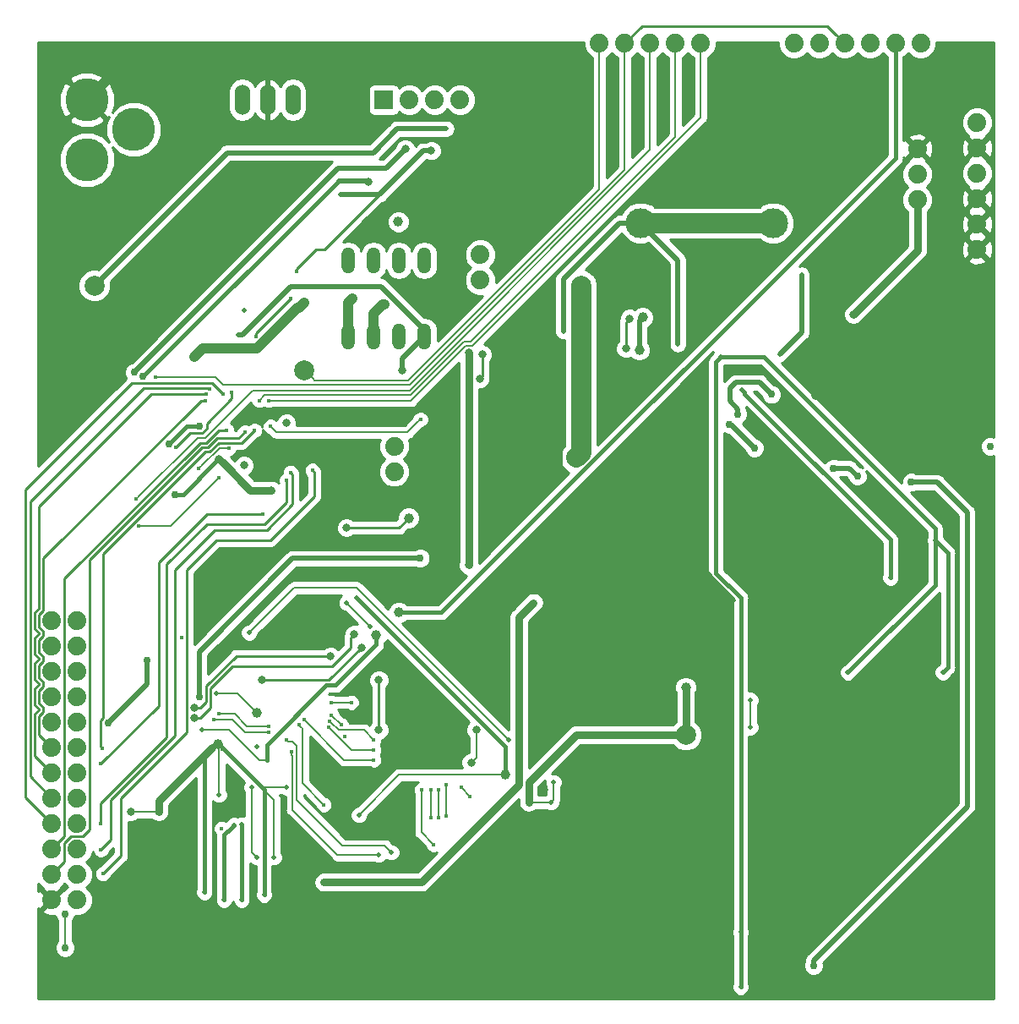
<source format=gbr>
G04 #@! TF.GenerationSoftware,KiCad,Pcbnew,5.0.2-bee76a0~70~ubuntu18.04.1*
G04 #@! TF.CreationDate,2019-12-02T21:21:03-05:00*
G04 #@! TF.ProjectId,synth-wavetable,73796e74-682d-4776-9176-657461626c65,rev?*
G04 #@! TF.SameCoordinates,Original*
G04 #@! TF.FileFunction,Copper,L2,Bot*
G04 #@! TF.FilePolarity,Positive*
%FSLAX46Y46*%
G04 Gerber Fmt 4.6, Leading zero omitted, Abs format (unit mm)*
G04 Created by KiCad (PCBNEW 5.0.2-bee76a0~70~ubuntu18.04.1) date Mon 02 Dec 2019 09:21:03 PM EST*
%MOMM*%
%LPD*%
G01*
G04 APERTURE LIST*
G04 #@! TA.AperFunction,ComponentPad*
%ADD10C,1.879600*%
G04 #@! TD*
G04 #@! TA.AperFunction,ComponentPad*
%ADD11C,4.318000*%
G04 #@! TD*
G04 #@! TA.AperFunction,ComponentPad*
%ADD12O,1.320800X2.641600*%
G04 #@! TD*
G04 #@! TA.AperFunction,ComponentPad*
%ADD13R,1.879600X1.879600*%
G04 #@! TD*
G04 #@! TA.AperFunction,ComponentPad*
%ADD14O,1.524000X3.048000*%
G04 #@! TD*
G04 #@! TA.AperFunction,ViaPad*
%ADD15C,0.800000*%
G04 #@! TD*
G04 #@! TA.AperFunction,ViaPad*
%ADD16C,0.400000*%
G04 #@! TD*
G04 #@! TA.AperFunction,ViaPad*
%ADD17C,0.500000*%
G04 #@! TD*
G04 #@! TA.AperFunction,ViaPad*
%ADD18C,2.000000*%
G04 #@! TD*
G04 #@! TA.AperFunction,ViaPad*
%ADD19C,0.750000*%
G04 #@! TD*
G04 #@! TA.AperFunction,ViaPad*
%ADD20C,1.000000*%
G04 #@! TD*
G04 #@! TA.AperFunction,ViaPad*
%ADD21C,3.000000*%
G04 #@! TD*
G04 #@! TA.AperFunction,Conductor*
%ADD22C,0.500000*%
G04 #@! TD*
G04 #@! TA.AperFunction,Conductor*
%ADD23C,0.200000*%
G04 #@! TD*
G04 #@! TA.AperFunction,Conductor*
%ADD24C,0.750000*%
G04 #@! TD*
G04 #@! TA.AperFunction,Conductor*
%ADD25C,0.400000*%
G04 #@! TD*
G04 #@! TA.AperFunction,Conductor*
%ADD26C,0.250000*%
G04 #@! TD*
G04 #@! TA.AperFunction,Conductor*
%ADD27C,2.000000*%
G04 #@! TD*
G04 #@! TA.AperFunction,Conductor*
%ADD28C,1.000000*%
G04 #@! TD*
G04 #@! TA.AperFunction,Conductor*
%ADD29C,0.254000*%
G04 #@! TD*
G04 APERTURE END LIST*
D10*
G04 #@! TO.P,J1,1*
G04 #@! TO.N,3.3V*
X58340000Y-2250000D03*
G04 #@! TO.P,J1,2*
G04 #@! TO.N,GNDD*
X60880000Y-2250000D03*
G04 #@! TO.P,J1,3*
G04 #@! TO.N,/Control/XRES*
X63420000Y-2250000D03*
G04 #@! TO.P,J1,4*
G04 #@! TO.N,/Control/SCLK*
X65960000Y-2250000D03*
G04 #@! TO.P,J1,5*
G04 #@! TO.N,/Control/SDAT*
X68500000Y-2250000D03*
G04 #@! TD*
G04 #@! TO.P,J3,2*
G04 #@! TO.N,Net-(J3-Pad2)*
X46400000Y-23400000D03*
G04 #@! TO.P,J3,1*
G04 #@! TO.N,Net-(D1-Pad1)*
X46400000Y-25940000D03*
G04 #@! TD*
G04 #@! TO.P,J4,1*
G04 #@! TO.N,Net-(J4-Pad1)*
X37800000Y-42600000D03*
G04 #@! TO.P,J4,2*
G04 #@! TO.N,Net-(J4-Pad2)*
X37800000Y-45140000D03*
G04 #@! TD*
G04 #@! TO.P,J5,1*
G04 #@! TO.N,/Audio Engine/VDD_TARGET*
X77840000Y-2250000D03*
G04 #@! TO.P,J5,2*
G04 #@! TO.N,/Audio Engine/SWCLK*
X80380000Y-2250000D03*
G04 #@! TO.P,J5,3*
G04 #@! TO.N,GNDD*
X82920000Y-2250000D03*
G04 #@! TO.P,J5,4*
G04 #@! TO.N,/Audio Engine/SWDIO*
X85460000Y-2250000D03*
G04 #@! TO.P,J5,5*
G04 #@! TO.N,/Audio Engine/NRST*
X88000000Y-2250000D03*
G04 #@! TO.P,J5,6*
G04 #@! TO.N,/Audio Engine/SWO*
X90540000Y-2250000D03*
G04 #@! TD*
D11*
G04 #@! TO.P,J7,GND*
G04 #@! TO.N,GND*
X7000000Y-7898740D03*
G04 #@! TO.P,J7,GNDBREAK*
G04 #@! TO.N,N/C*
X11699000Y-10898480D03*
G04 #@! TO.P,J7,PWR*
G04 #@! TO.N,Net-(D2-Pad2)*
X7000000Y-13898220D03*
G04 #@! TD*
D10*
G04 #@! TO.P,J8,1*
G04 #@! TO.N,3.3V*
X6000000Y-88000000D03*
G04 #@! TO.P,J8,2*
G04 #@! TO.N,GND*
X3460000Y-88000000D03*
G04 #@! TO.P,J8,3*
G04 #@! TO.N,/Connectors/osc1_tune*
X6000000Y-85460000D03*
G04 #@! TO.P,J8,4*
G04 #@! TO.N,/Connectors/sustain*
X3460000Y-85460000D03*
G04 #@! TO.P,J8,5*
G04 #@! TO.N,/Connectors/osc1_waveshape*
X6000000Y-82920000D03*
G04 #@! TO.P,J8,6*
G04 #@! TO.N,/Connectors/release*
X3460000Y-82920000D03*
G04 #@! TO.P,J8,7*
G04 #@! TO.N,/Connectors/osc2_tune*
X6000000Y-80380000D03*
G04 #@! TO.P,J8,8*
G04 #@! TO.N,/Connectors/lfo_rate*
X3460000Y-80380000D03*
G04 #@! TO.P,J8,9*
G04 #@! TO.N,/Connectors/osc2_waveshape*
X6000000Y-77840000D03*
G04 #@! TO.P,J8,10*
G04 #@! TO.N,/Connectors/lfo_depth*
X3460000Y-77840000D03*
G04 #@! TO.P,J8,11*
G04 #@! TO.N,/Connectors/attack*
X6000000Y-75300000D03*
G04 #@! TO.P,J8,12*
G04 #@! TO.N,/Connectors/global_lfo_rate*
X3460000Y-75300000D03*
G04 #@! TO.P,J8,13*
G04 #@! TO.N,/Connectors/decay*
X6000000Y-72760000D03*
G04 #@! TO.P,J8,14*
G04 #@! TO.N,/Connectors/global_lfo_depth*
X3460000Y-72760000D03*
G04 #@! TO.P,J8,15*
G04 #@! TO.N,/Connectors/filter_freq*
X6000000Y-70220000D03*
G04 #@! TO.P,J8,16*
G04 #@! TO.N,/Connectors/filter_resonance*
X3460000Y-70220000D03*
G04 #@! TO.P,J8,17*
G04 #@! TO.N,/Connectors/mod1*
X6000000Y-67680000D03*
G04 #@! TO.P,J8,18*
G04 #@! TO.N,/Connectors/mod2*
X3460000Y-67680000D03*
G04 #@! TO.P,J8,19*
G04 #@! TO.N,/Connectors/mod3*
X6000000Y-65140000D03*
G04 #@! TO.P,J8,20*
G04 #@! TO.N,/Connectors/mod4*
X3460000Y-65140000D03*
G04 #@! TO.P,J8,21*
G04 #@! TO.N,/Connectors/mod5*
X6000000Y-62600000D03*
G04 #@! TO.P,J8,22*
G04 #@! TO.N,/Connectors/mod6*
X3460000Y-62600000D03*
G04 #@! TO.P,J8,23*
G04 #@! TO.N,/Connectors/mod7*
X6000000Y-60060000D03*
G04 #@! TO.P,J8,24*
G04 #@! TO.N,/Connectors/mod8*
X3460000Y-60060000D03*
G04 #@! TD*
D12*
G04 #@! TO.P,U2,1*
G04 #@! TO.N,Net-(D1-Pad1)*
X33190000Y-31610000D03*
G04 #@! TO.P,U2,2*
G04 #@! TO.N,Net-(D1-Pad2)*
X35730000Y-31610000D03*
G04 #@! TO.P,U2,3*
G04 #@! TO.N,Net-(U2-Pad3)*
X38270000Y-31610000D03*
G04 #@! TO.P,U2,4*
G04 #@! TO.N,GNDD*
X40810000Y-31610000D03*
G04 #@! TO.P,U2,5*
G04 #@! TO.N,/Control/MIDI_IN*
X40810000Y-23990000D03*
G04 #@! TO.P,U2,6*
G04 #@! TO.N,+5V*
X38270000Y-23990000D03*
G04 #@! TO.P,U2,7*
G04 #@! TO.N,N/C*
X35730000Y-23990000D03*
G04 #@! TO.P,U2,8*
X33190000Y-23990000D03*
G04 #@! TD*
D10*
G04 #@! TO.P,J6,1*
G04 #@! TO.N,Net-(C49-Pad2)*
X90200000Y-17900000D03*
G04 #@! TO.P,J6,2*
G04 #@! TO.N,Net-(J6-Pad2)*
X90200000Y-15360000D03*
G04 #@! TO.P,J6,3*
G04 #@! TO.N,GND*
X90200000Y-12820000D03*
G04 #@! TD*
G04 #@! TO.P,J9,1*
G04 #@! TO.N,Net-(J6-Pad2)*
X96200000Y-10180000D03*
G04 #@! TO.P,J9,2*
G04 #@! TO.N,GND*
X96200000Y-12720000D03*
G04 #@! TO.P,J9,3*
G04 #@! TO.N,Net-(J6-Pad2)*
X96200000Y-15260000D03*
G04 #@! TO.P,J9,4*
G04 #@! TO.N,GND*
X96200000Y-17800000D03*
G04 #@! TO.P,J9,5*
X96200000Y-20340000D03*
G04 #@! TO.P,J9,6*
X96200000Y-22880000D03*
G04 #@! TD*
D13*
G04 #@! TO.P,J2,1*
G04 #@! TO.N,Net-(J2-Pad1)*
X36760000Y-7900000D03*
D10*
G04 #@! TO.P,J2,2*
G04 #@! TO.N,Net-(J2-Pad2)*
X39300000Y-7900000D03*
G04 #@! TO.P,J2,3*
G04 #@! TO.N,VBUS*
X41840000Y-7900000D03*
G04 #@! TO.P,J2,4*
G04 #@! TO.N,GNDD*
X44380000Y-7900000D03*
G04 #@! TD*
D14*
G04 #@! TO.P,U6,1*
G04 #@! TO.N,+15V*
X22560000Y-7900000D03*
G04 #@! TO.P,U6,2*
G04 #@! TO.N,GND*
X25100000Y-7900000D03*
G04 #@! TO.P,U6,3*
G04 #@! TO.N,+5V*
X27640000Y-7900000D03*
G04 #@! TD*
D15*
G04 #@! TO.N,GNDD*
X25500000Y-47000000D03*
D16*
X20500000Y-80849720D03*
D17*
X27000000Y-76750000D03*
X20250000Y-77500000D03*
X25750000Y-83750000D03*
X18750000Y-87250000D03*
X24750000Y-87500000D03*
D18*
X7750000Y-26500000D03*
D15*
X14200000Y-79200000D03*
D16*
X13876741Y-35674990D03*
X16474990Y-61750000D03*
D19*
X15800000Y-47400000D03*
D16*
X43000000Y-10800000D03*
X22200000Y-31400000D03*
D20*
X20140693Y-72390693D03*
D15*
X24500000Y-66000000D03*
X34500000Y-62750000D03*
X36250000Y-71000000D03*
X36250000Y-66000000D03*
X45250000Y-33250000D03*
X45250000Y-54500000D03*
X45500000Y-74250000D03*
X46000000Y-71000000D03*
X38600000Y-35000000D03*
X11400000Y-79200000D03*
D19*
X15187652Y-42394708D03*
D15*
X20219428Y-43846526D03*
D19*
X18252235Y-40557801D03*
D17*
G04 #@! TO.N,+5V*
X51248920Y-78250000D03*
X53500000Y-78250000D03*
X53750000Y-76250000D03*
D18*
X56500000Y-26500000D03*
X56000000Y-43750000D03*
X67000000Y-71500000D03*
D20*
X67000000Y-66750000D03*
X38200000Y-20100840D03*
D16*
X56500000Y-30400000D03*
D20*
G04 #@! TO.N,GND*
X52750000Y-77000000D03*
D16*
X6000000Y-90000000D03*
X28200000Y-86200000D03*
X29800000Y-9400000D03*
X65800000Y-51600000D03*
X65800000Y-56200000D03*
X54800000Y-45000000D03*
X54400000Y-39400000D03*
X56800000Y-47000000D03*
X90600000Y-55600000D03*
X92200000Y-58000000D03*
X68779290Y-54620710D03*
X71800000Y-58000000D03*
X74600000Y-78200000D03*
X21800000Y-92200000D03*
X93600000Y-38400000D03*
X93800000Y-33000000D03*
X96600000Y-29600000D03*
D15*
X52250000Y-37500000D03*
X47000000Y-52500000D03*
X43250000Y-52500000D03*
X38750000Y-56250000D03*
X31000000Y-55250000D03*
X80000000Y-37500000D03*
X78500000Y-39000000D03*
X55750000Y-8250000D03*
X71750000Y-8250000D03*
X59500000Y-8250000D03*
X62250000Y-8250000D03*
X64750000Y-8250000D03*
X67250000Y-8250000D03*
D17*
G04 #@! TO.N,Net-(C24-Pad1)*
X20750000Y-88000000D03*
X21736084Y-80513916D03*
G04 #@! TO.N,Net-(C25-Pad1)*
X22500000Y-88000000D03*
X22500000Y-80500000D03*
D15*
G04 #@! TO.N,3.3V*
X22750000Y-44500000D03*
X27000000Y-40250000D03*
D16*
X20250000Y-45750000D03*
D20*
X24000000Y-69250000D03*
D17*
X24000000Y-72700000D03*
X22797940Y-29000000D03*
X24000000Y-83750000D03*
X23500000Y-76750000D03*
D18*
X28750000Y-34952060D03*
D17*
X34000000Y-57750000D03*
X34250000Y-79500000D03*
D16*
X12157861Y-50584616D03*
D20*
X48950310Y-75493172D03*
D17*
X19975010Y-67320148D03*
G04 #@! TO.N,+3.3VA*
X51750000Y-58250000D03*
X30750000Y-86250000D03*
G04 #@! TO.N,VREF*
X70509640Y-33635000D03*
X72500000Y-91250000D03*
X72500000Y-96750000D03*
X92000000Y-52000000D03*
X83250000Y-65250000D03*
X92750000Y-65250000D03*
G04 #@! TO.N,Net-(C48-Pad2)*
X87500000Y-55750000D03*
X72655524Y-36926291D03*
D20*
G04 #@! TO.N,Net-(C48-Pad1)*
X62338361Y-32965493D03*
X62683371Y-29683371D03*
D15*
G04 #@! TO.N,Net-(C49-Pad2)*
X83800000Y-29400000D03*
D21*
G04 #@! TO.N,+15V*
X62500000Y-20250000D03*
X75750000Y-20250000D03*
D19*
X97500000Y-42600000D03*
D16*
X66200000Y-32400000D03*
X76400000Y-33400000D03*
X78600000Y-25400000D03*
D17*
X54750000Y-31075021D03*
G04 #@! TO.N,Net-(C79-Pad2)*
X73500000Y-70750000D03*
X73500000Y-68000000D03*
D16*
G04 #@! TO.N,/Control/XRES*
X11892351Y-47892351D03*
G04 #@! TO.N,/Control/SCLK*
X24250000Y-38000000D03*
G04 #@! TO.N,/Control/SDAT*
X25250000Y-38000000D03*
D20*
G04 #@! TO.N,Net-(D1-Pad1)*
X33600000Y-27800000D03*
D15*
G04 #@! TO.N,/Audio Engine/SWCLK*
X46600000Y-33400000D03*
X46400000Y-35800000D03*
X31400000Y-63600000D03*
X17800000Y-68800000D03*
D20*
G04 #@! TO.N,/Audio Engine/SWDIO*
X39241624Y-49791634D03*
D15*
X33000000Y-50750000D03*
D17*
G04 #@! TO.N,/Audio Engine/NRST*
X25000000Y-74000000D03*
X18500000Y-71000000D03*
D20*
X36000000Y-61500000D03*
X38250000Y-59250000D03*
D15*
G04 #@! TO.N,/Audio Engine/SWO*
X61400000Y-29800000D03*
X61000000Y-32800000D03*
X33800000Y-61400000D03*
X17800000Y-69800000D03*
D20*
G04 #@! TO.N,Net-(D1-Pad2)*
X36800000Y-28410831D03*
G04 #@! TO.N,/Control/MIDI_IN*
X28800000Y-28200000D03*
X17800000Y-33600000D03*
D16*
X21200000Y-42800000D03*
X18200000Y-44800000D03*
G04 #@! TO.N,/Control/MIDI_OUT*
X25400000Y-40600000D03*
X40424140Y-39901998D03*
G04 #@! TO.N,Net-(R36-Pad1)*
X32827811Y-71620689D03*
D19*
G04 #@! TO.N,Net-(R43-Pad1)*
X72200000Y-39400000D03*
X75600000Y-37400000D03*
G04 #@! TO.N,Net-(R46-Pad2)*
X81800000Y-44800000D03*
X84200000Y-45600000D03*
X73882702Y-42760333D03*
X71374990Y-40394624D03*
D17*
G04 #@! TO.N,/Audio Engine/I2C_SCL*
X36250000Y-83500000D03*
D16*
X25200000Y-71200000D03*
X19699990Y-69973639D03*
X27499990Y-73200000D03*
D17*
G04 #@! TO.N,/Audio Engine/I2C_SDA*
X37500000Y-83250000D03*
D16*
X20200000Y-69400000D03*
X25200000Y-70600000D03*
X27000000Y-72000000D03*
G04 #@! TO.N,/Audio Engine/PDN*
X33500000Y-68250000D03*
X31500000Y-68250000D03*
G04 #@! TO.N,/Audio Engine/CSN*
X30750000Y-78500000D03*
X28250000Y-70500000D03*
G04 #@! TO.N,/Audio Engine/DIF0*
X43000000Y-76500000D03*
X32500000Y-70500000D03*
X31500000Y-69500000D03*
X43000000Y-79598259D03*
G04 #@! TO.N,/Audio Engine/DIF1*
X35750000Y-72000000D03*
X42250000Y-77000000D03*
X42250000Y-79750000D03*
X31311412Y-70104291D03*
G04 #@! TO.N,/Audio Engine/DIF2*
X41500000Y-79750000D03*
X41500000Y-77000000D03*
X35750000Y-73000000D03*
X31250000Y-70750000D03*
G04 #@! TO.N,/Audio Engine/CAD1*
X41750000Y-82500000D03*
X40500000Y-77000000D03*
X35750000Y-74000000D03*
X28750000Y-70000000D03*
G04 #@! TO.N,/Audio Engine/I2S_WCLK*
X44500000Y-76750000D03*
X45395992Y-77646887D03*
D17*
G04 #@! TO.N,/Audio Engine/I2S_LRCLK*
X33000000Y-58250000D03*
X35381594Y-60631594D03*
G04 #@! TO.N,/Audio Engine/MCLK*
X49250000Y-72000000D03*
X23250000Y-61250000D03*
D16*
G04 #@! TO.N,/Connectors/osc1_tune*
X8600000Y-85400000D03*
X29600000Y-45000000D03*
G04 #@! TO.N,/Connectors/sustain*
X22800000Y-41200000D03*
G04 #@! TO.N,/Connectors/osc1_waveshape*
X8400000Y-83000000D03*
X27400000Y-45200000D03*
G04 #@! TO.N,/Connectors/osc2_tune*
X8400000Y-80400000D03*
X27000000Y-46000000D03*
G04 #@! TO.N,/Connectors/attack*
X8400000Y-74400000D03*
X24600000Y-49400000D03*
G04 #@! TO.N,/Connectors/decay*
X23800000Y-41000000D03*
X8549979Y-72800000D03*
G04 #@! TO.N,/Connectors/release*
X21000000Y-41000000D03*
G04 #@! TO.N,/Connectors/lfo_rate*
X20600000Y-37400000D03*
G04 #@! TO.N,/Connectors/lfo_depth*
X19289531Y-36832009D03*
G04 #@! TO.N,/Connectors/global_lfo_rate*
X18985679Y-37349395D03*
G04 #@! TO.N,/Connectors/global_lfo_depth*
X18900010Y-38000000D03*
D19*
G04 #@! TO.N,/Connectors/filter_freq*
X40400000Y-53800000D03*
X13000000Y-64000000D03*
X18249979Y-67690303D03*
X9098062Y-70322695D03*
G04 #@! TO.N,/Connectors/filter_resonance*
X4800000Y-89400000D03*
X4800000Y-92800000D03*
X79800000Y-94600000D03*
X89600000Y-46200000D03*
D15*
G04 #@! TO.N,VBUS*
X41500000Y-13000000D03*
D16*
X15900000Y-42700000D03*
X21500000Y-37200000D03*
X23900000Y-31600000D03*
X27400000Y-27800000D03*
X28000000Y-25100000D03*
D19*
G04 #@! TO.N,Net-(J2-Pad1)*
X12600000Y-35600000D03*
D15*
X35200000Y-16100000D03*
D19*
G04 #@! TO.N,Net-(J2-Pad2)*
X11750284Y-35175142D03*
D15*
X38900000Y-12800000D03*
G04 #@! TD*
D22*
G04 #@! TO.N,GNDD*
X38071882Y-10800000D02*
X35671882Y-13200000D01*
X43000000Y-10800000D02*
X38071882Y-10800000D01*
X21050000Y-13200000D02*
X7750000Y-26500000D01*
X35671882Y-13200000D02*
X21050000Y-13200000D01*
X22200000Y-31400000D02*
X22600000Y-31400000D01*
X22600000Y-31400000D02*
X27400000Y-26600000D01*
X40810000Y-30949600D02*
X40810000Y-31610000D01*
X36460400Y-26600000D02*
X40810000Y-30949600D01*
X27400000Y-26600000D02*
X36460400Y-26600000D01*
D23*
X20500000Y-73000000D02*
X20540692Y-72959308D01*
X27000000Y-76750000D02*
X24500000Y-76750000D01*
D24*
X14200000Y-79200000D02*
X14200000Y-78131386D01*
X14200000Y-78131386D02*
X19540694Y-72790692D01*
D25*
X18750000Y-73581386D02*
X19540694Y-72790692D01*
X18750000Y-87250000D02*
X18750000Y-73581386D01*
D23*
X25750000Y-78000000D02*
X20540692Y-72790692D01*
X24500000Y-76750000D02*
X20540692Y-72790692D01*
X20540692Y-72959308D02*
X20540692Y-72790692D01*
X25750000Y-83750000D02*
X25750000Y-78000000D01*
D25*
X24750000Y-77000000D02*
X20540692Y-72790692D01*
D23*
X20250000Y-72500000D02*
X20140693Y-72390693D01*
X20250000Y-77500000D02*
X20250000Y-72500000D01*
D25*
X19940693Y-72390693D02*
X20140693Y-72390693D01*
X20540692Y-72790692D02*
X20140693Y-72390693D01*
X24750000Y-87500000D02*
X24750000Y-77000000D01*
X19540694Y-72790692D02*
X19940693Y-72390693D01*
D26*
X81980201Y-1310201D02*
X82920000Y-2250000D01*
X81170000Y-500000D02*
X81980201Y-1310201D01*
X62630000Y-500000D02*
X81170000Y-500000D01*
X60880000Y-2250000D02*
X62630000Y-500000D01*
X24500000Y-66000000D02*
X30000000Y-66000000D01*
X31250000Y-66000000D02*
X34500000Y-62750000D01*
X30000000Y-66000000D02*
X31250000Y-66000000D01*
X36250000Y-71000000D02*
X36250000Y-66000000D01*
D24*
X45250000Y-33250000D02*
X45250000Y-50000000D01*
X45250000Y-50000000D02*
X45250000Y-54500000D01*
D23*
X46000000Y-73750000D02*
X46000000Y-71000000D01*
X45500000Y-74250000D02*
X46000000Y-73750000D01*
X19876046Y-35674990D02*
X14159583Y-35674990D01*
X14159583Y-35674990D02*
X13876741Y-35674990D01*
X20651055Y-36449999D02*
X19876046Y-35674990D01*
X60880000Y-14886898D02*
X39316899Y-36449999D01*
X39316899Y-36449999D02*
X20651055Y-36449999D01*
X60880000Y-2250000D02*
X60880000Y-14886898D01*
D22*
X38600000Y-33820000D02*
X40810000Y-31610000D01*
X38600000Y-35000000D02*
X38600000Y-33820000D01*
D23*
X11400000Y-79200000D02*
X14200000Y-79200000D01*
D24*
X20619427Y-44246525D02*
X20219428Y-43846526D01*
D25*
X16665954Y-47400000D02*
X19819429Y-44246525D01*
D24*
X23372902Y-47000000D02*
X20619427Y-44246525D01*
X25500000Y-47000000D02*
X23372902Y-47000000D01*
D25*
X19819429Y-44246525D02*
X20219428Y-43846526D01*
X15187652Y-42394708D02*
X17024559Y-40557801D01*
X17721905Y-40557801D02*
X18252235Y-40557801D01*
X15800000Y-47400000D02*
X16665954Y-47400000D01*
X17024559Y-40557801D02*
X17721905Y-40557801D01*
D23*
G04 #@! TO.N,+5V*
X51248920Y-78250000D02*
X53500000Y-78250000D01*
X53500000Y-78250000D02*
X53750000Y-78000000D01*
X53750000Y-78000000D02*
X53750000Y-76250000D01*
D27*
X56500000Y-43250000D02*
X56000000Y-43750000D01*
D24*
X67000000Y-71500000D02*
X67000000Y-66750000D01*
X67000000Y-71500000D02*
X56000000Y-71500000D01*
X51248920Y-76251080D02*
X51248920Y-78250000D01*
X56000000Y-71500000D02*
X51248920Y-76251080D01*
D27*
X56500000Y-26500000D02*
X56500000Y-30400000D01*
X56500000Y-30400000D02*
X56500000Y-43250000D01*
D26*
G04 #@! TO.N,GND*
X6000000Y-90000000D02*
X24400000Y-90000000D01*
X24400000Y-90000000D02*
X28200000Y-86200000D01*
D22*
X54800000Y-45000000D02*
X54400000Y-44600000D01*
X54400000Y-44600000D02*
X54400000Y-39400000D01*
X68779290Y-54979290D02*
X71800000Y-58000000D01*
X68779290Y-54620710D02*
X68779290Y-54979290D01*
D23*
X93800000Y-33000000D02*
X96600000Y-30200000D01*
X96600000Y-30200000D02*
X96600000Y-29600000D01*
D24*
X52250000Y-37500000D02*
X52250000Y-47250000D01*
X52250000Y-47250000D02*
X47000000Y-52500000D01*
X38750000Y-56250000D02*
X37000000Y-56250000D01*
X37000000Y-56250000D02*
X36000000Y-55250000D01*
X36000000Y-55250000D02*
X31000000Y-55250000D01*
D28*
X7000000Y-7898740D02*
X9648740Y-5250000D01*
X52750000Y-5250000D02*
X55750000Y-8250000D01*
X9648740Y-5250000D02*
X52750000Y-5250000D01*
D25*
G04 #@! TO.N,Net-(C24-Pad1)*
X20750000Y-81500000D02*
X21486085Y-80763915D01*
X21486085Y-80763915D02*
X21736084Y-80513916D01*
X20750000Y-88000000D02*
X20750000Y-81500000D01*
G04 #@! TO.N,Net-(C25-Pad1)*
X22500000Y-80500000D02*
X22500000Y-88000000D01*
D23*
G04 #@! TO.N,3.3V*
X24000000Y-83750000D02*
X23500000Y-83250000D01*
X23500000Y-83250000D02*
X23500000Y-76750000D01*
X12440703Y-50584616D02*
X12157861Y-50584616D01*
X15415384Y-50584616D02*
X12440703Y-50584616D01*
X20250000Y-45750000D02*
X15415384Y-50584616D01*
D25*
X34000000Y-57750000D02*
X48950310Y-72700310D01*
D23*
X48243204Y-75493172D02*
X48950310Y-75493172D01*
D25*
X48950310Y-74786066D02*
X48950310Y-75493172D01*
D23*
X34250000Y-79500000D02*
X38256828Y-75493172D01*
D25*
X48950310Y-72700310D02*
X48950310Y-74786066D01*
D23*
X38256828Y-75493172D02*
X48243204Y-75493172D01*
X24000000Y-69250000D02*
X22070148Y-67320148D01*
X22070148Y-67320148D02*
X20328563Y-67320148D01*
X20328563Y-67320148D02*
X19975010Y-67320148D01*
X58340000Y-16861198D02*
X39201198Y-36000000D01*
X58340000Y-2250000D02*
X58340000Y-16861198D01*
X39201198Y-36000000D02*
X29797940Y-36000000D01*
X29749999Y-35952059D02*
X28750000Y-34952060D01*
X29797940Y-36000000D02*
X29749999Y-35952059D01*
D24*
G04 #@! TO.N,+3.3VA*
X50298909Y-76451091D02*
X40500000Y-86250000D01*
X31103553Y-86250000D02*
X30750000Y-86250000D01*
X51750000Y-58250000D02*
X50298909Y-59701091D01*
X40500000Y-86250000D02*
X31103553Y-86250000D01*
X50298909Y-59701091D02*
X50298909Y-76451091D01*
D25*
G04 #@! TO.N,VREF*
X72500000Y-91250000D02*
X72500000Y-96750000D01*
X92000000Y-56500000D02*
X92000000Y-52000000D01*
X83250000Y-65250000D02*
X92000000Y-56500000D01*
X92750000Y-65250000D02*
X93250000Y-64750000D01*
X92249999Y-52249999D02*
X92000000Y-52000000D01*
X93250000Y-53250000D02*
X92249999Y-52249999D01*
X93250000Y-64750000D02*
X93250000Y-53250000D01*
X92000000Y-50812848D02*
X74822152Y-33635000D01*
X92000000Y-52000000D02*
X92000000Y-50812848D01*
X74822152Y-33635000D02*
X70863193Y-33635000D01*
X70863193Y-33635000D02*
X70509640Y-33635000D01*
X70024998Y-34119642D02*
X70259641Y-33884999D01*
X70259641Y-33884999D02*
X70509640Y-33635000D01*
X72500000Y-57780746D02*
X70024998Y-55305744D01*
X72500000Y-91250000D02*
X72500000Y-57780746D01*
X70024998Y-55305744D02*
X70024998Y-34119642D01*
G04 #@! TO.N,Net-(C48-Pad2)*
X87500000Y-55750000D02*
X87500000Y-51927806D01*
X72905523Y-37333329D02*
X72905523Y-37176290D01*
X87500000Y-51927806D02*
X72905523Y-37333329D01*
X72905523Y-37176290D02*
X72655524Y-36926291D01*
D22*
G04 #@! TO.N,Net-(C48-Pad1)*
X62338361Y-32965493D02*
X62338361Y-30028381D01*
X62338361Y-30028381D02*
X62683371Y-29683371D01*
D24*
G04 #@! TO.N,Net-(C49-Pad2)*
X90200000Y-23000000D02*
X90200000Y-17900000D01*
X83800000Y-29400000D02*
X90200000Y-23000000D01*
D27*
G04 #@! TO.N,+15V*
X62500000Y-20250000D02*
X75750000Y-20250000D01*
D22*
X66200000Y-23950000D02*
X62500000Y-20250000D01*
X66200000Y-32400000D02*
X66200000Y-23950000D01*
X76400000Y-33400000D02*
X78600000Y-31200000D01*
X78600000Y-31200000D02*
X78600000Y-25400000D01*
X62500000Y-20250000D02*
X60378680Y-20250000D01*
X54750000Y-25878680D02*
X54750000Y-30721468D01*
X54750000Y-30721468D02*
X54750000Y-31075021D01*
X60378680Y-20250000D02*
X54750000Y-25878680D01*
D23*
G04 #@! TO.N,Net-(C79-Pad2)*
X73500000Y-70750000D02*
X73500000Y-68000000D01*
G04 #@! TO.N,/Control/XRES*
X23601056Y-37000000D02*
X18876045Y-41725011D01*
X12092350Y-47692352D02*
X11892351Y-47892351D01*
X63420000Y-12912598D02*
X39332598Y-37000000D01*
X63420000Y-2250000D02*
X63420000Y-12912598D01*
X39332598Y-37000000D02*
X23601056Y-37000000D01*
X18876045Y-41725011D02*
X18059691Y-41725011D01*
X18059691Y-41725011D02*
X12092350Y-47692352D01*
G04 #@! TO.N,/Control/SCLK*
X39448320Y-37449978D02*
X44748310Y-32149988D01*
X24800022Y-37449978D02*
X39448320Y-37449978D01*
X44748310Y-32149988D02*
X45425718Y-32149988D01*
X45425718Y-32149988D02*
X65960000Y-11615706D01*
X24250000Y-38000000D02*
X24800022Y-37449978D01*
X65960000Y-3579077D02*
X65960000Y-2250000D01*
X65960000Y-11615706D02*
X65960000Y-3579077D01*
G04 #@! TO.N,/Control/SDAT*
X44913999Y-32549999D02*
X45591407Y-32549999D01*
X39463998Y-38000000D02*
X44913999Y-32549999D01*
X68500000Y-3579077D02*
X68500000Y-2250000D01*
X68500000Y-9641406D02*
X68500000Y-3579077D01*
X25250000Y-38000000D02*
X39463998Y-38000000D01*
X45591407Y-32549999D02*
X68500000Y-9641406D01*
D28*
G04 #@! TO.N,Net-(D1-Pad1)*
X33190000Y-31610000D02*
X33190000Y-28210000D01*
X33190000Y-28210000D02*
X33600000Y-27800000D01*
D26*
G04 #@! TO.N,/Audio Engine/SWCLK*
X46600000Y-33400000D02*
X46600000Y-35600000D01*
X46600000Y-35600000D02*
X46400000Y-35800000D01*
X18365685Y-68800000D02*
X17800000Y-68800000D01*
X18949989Y-68215696D02*
X18365685Y-68800000D01*
X21963589Y-63600000D02*
X18949989Y-66613600D01*
X18949989Y-66613600D02*
X18949989Y-68215696D01*
X31400000Y-63600000D02*
X21963589Y-63600000D01*
G04 #@! TO.N,/Audio Engine/SWDIO*
X38283258Y-50750000D02*
X39241624Y-49791634D01*
X33000000Y-50750000D02*
X38283258Y-50750000D01*
D23*
G04 #@! TO.N,/Audio Engine/NRST*
X21250000Y-71000000D02*
X18500000Y-71000000D01*
X25000000Y-74000000D02*
X24250000Y-74000000D01*
X24250000Y-74000000D02*
X21250000Y-71000000D01*
D25*
X38250000Y-59250000D02*
X42479914Y-59250000D01*
X42479914Y-59250000D02*
X88000000Y-13729914D01*
X88000000Y-3579077D02*
X88000000Y-2250000D01*
X88000000Y-13729914D02*
X88000000Y-3579077D01*
X30974989Y-66525011D02*
X31908993Y-66525011D01*
X31908993Y-66525011D02*
X36000000Y-62434004D01*
X25000000Y-72500000D02*
X30974989Y-66525011D01*
X36000000Y-62207106D02*
X36000000Y-61500000D01*
X36000000Y-62434004D02*
X36000000Y-62207106D01*
X25000000Y-74000000D02*
X25000000Y-72500000D01*
D26*
G04 #@! TO.N,/Audio Engine/SWO*
X61400000Y-29800000D02*
X61000000Y-30200000D01*
X61000000Y-30200000D02*
X61000000Y-32800000D01*
X31600000Y-64600000D02*
X21600000Y-64600000D01*
X19400000Y-66800000D02*
X19400000Y-68765685D01*
X33400001Y-62799999D02*
X31600000Y-64600000D01*
X18365685Y-69800000D02*
X17800000Y-69800000D01*
X33800000Y-61400000D02*
X33400001Y-61799999D01*
X19400000Y-68765685D02*
X18365685Y-69800000D01*
X33400001Y-61799999D02*
X33400001Y-62799999D01*
X21600000Y-64600000D02*
X19400000Y-66800000D01*
D28*
G04 #@! TO.N,Net-(D1-Pad2)*
X35730000Y-29289200D02*
X36608369Y-28410831D01*
X36608369Y-28410831D02*
X36800000Y-28410831D01*
X35730000Y-31610000D02*
X35730000Y-29289200D01*
G04 #@! TO.N,/Control/MIDI_IN*
X28300001Y-28699999D02*
X28100001Y-28699999D01*
X28800000Y-28200000D02*
X28300001Y-28699999D01*
X28100001Y-28699999D02*
X24000000Y-32800000D01*
X24000000Y-32800000D02*
X18600000Y-32800000D01*
X18600000Y-32800000D02*
X17800000Y-33600000D01*
D23*
X18399999Y-44600001D02*
X18200000Y-44800000D01*
X20275990Y-42800000D02*
X18475989Y-44600001D01*
X21200000Y-42800000D02*
X20275990Y-42800000D01*
X18475989Y-44600001D02*
X18399999Y-44600001D01*
G04 #@! TO.N,/Control/MIDI_OUT*
X26000000Y-41200000D02*
X39126138Y-41200000D01*
X25400000Y-40600000D02*
X26000000Y-41200000D01*
X39126138Y-41200000D02*
X40224141Y-40101997D01*
X40224141Y-40101997D02*
X40424140Y-39901998D01*
D22*
G04 #@! TO.N,Net-(R43-Pad1)*
X72200000Y-38869670D02*
X71400000Y-38069670D01*
X72200000Y-39400000D02*
X72200000Y-38869670D01*
X71400000Y-38069670D02*
X71400000Y-36800000D01*
X72000000Y-36200000D02*
X74400000Y-36200000D01*
X74400000Y-36200000D02*
X75600000Y-37400000D01*
X71400000Y-36800000D02*
X72000000Y-36200000D01*
G04 #@! TO.N,Net-(R46-Pad2)*
X83400000Y-44800000D02*
X84200000Y-45600000D01*
X81800000Y-44800000D02*
X83400000Y-44800000D01*
X71516993Y-40394624D02*
X71374990Y-40394624D01*
X73882702Y-42760333D02*
X71516993Y-40394624D01*
D23*
G04 #@! TO.N,/Audio Engine/I2C_SCL*
X19982832Y-69973639D02*
X19699990Y-69973639D01*
X25200000Y-71200000D02*
X22800000Y-71200000D01*
X21573639Y-69973639D02*
X19982832Y-69973639D01*
X22800000Y-71200000D02*
X21573639Y-69973639D01*
X36250000Y-83500000D02*
X32100000Y-83500000D01*
X32100000Y-83500000D02*
X27599989Y-78999989D01*
X27599989Y-78999989D02*
X27599989Y-73582841D01*
X27499990Y-73482842D02*
X27499990Y-73200000D01*
X27599989Y-73582841D02*
X27499990Y-73482842D01*
G04 #@! TO.N,/Audio Engine/I2C_SDA*
X20200000Y-69400000D02*
X21800000Y-69400000D01*
X21800000Y-69400000D02*
X23000000Y-70600000D01*
X23000000Y-70600000D02*
X25200000Y-70600000D01*
X27000000Y-72000000D02*
X27199999Y-72199999D01*
X27199999Y-72199999D02*
X27599999Y-72199999D01*
X27599999Y-72199999D02*
X28000000Y-72600000D01*
X28000000Y-72600000D02*
X28000000Y-78000000D01*
X28000000Y-78000000D02*
X32600000Y-82600000D01*
X36850000Y-82600000D02*
X37500000Y-83250000D01*
X32600000Y-82600000D02*
X36850000Y-82600000D01*
G04 #@! TO.N,/Audio Engine/PDN*
X33500000Y-68250000D02*
X31500000Y-68250000D01*
G04 #@! TO.N,/Audio Engine/CSN*
X28600009Y-70850009D02*
X28449999Y-70699999D01*
X28449999Y-70699999D02*
X28250000Y-70500000D01*
X28600009Y-76350009D02*
X28600009Y-70850009D01*
X30750000Y-78500000D02*
X28600009Y-76350009D01*
G04 #@! TO.N,/Audio Engine/DIF0*
X32500000Y-70500000D02*
X31500000Y-69500000D01*
X43000000Y-76500000D02*
X43000000Y-79598259D01*
G04 #@! TO.N,/Audio Engine/DIF1*
X42250000Y-77000000D02*
X42250000Y-79750000D01*
X32207121Y-71000000D02*
X31511411Y-70304290D01*
X31511411Y-70304290D02*
X31311412Y-70104291D01*
X35750000Y-72000000D02*
X34750000Y-71000000D01*
X34750000Y-71000000D02*
X32207121Y-71000000D01*
G04 #@! TO.N,/Audio Engine/DIF2*
X41500000Y-79750000D02*
X41500000Y-77000000D01*
X33500000Y-73000000D02*
X31250000Y-70750000D01*
X35750000Y-73000000D02*
X33500000Y-73000000D01*
G04 #@! TO.N,/Audio Engine/CAD1*
X41750000Y-82500000D02*
X40500000Y-81250000D01*
X40500000Y-81250000D02*
X40500000Y-77000000D01*
X35750000Y-74000000D02*
X32750000Y-74000000D01*
X32750000Y-74000000D02*
X28750000Y-70000000D01*
G04 #@! TO.N,/Audio Engine/I2S_WCLK*
X45395992Y-77645992D02*
X45395992Y-77646887D01*
X44500000Y-76750000D02*
X45395992Y-77645992D01*
G04 #@! TO.N,/Audio Engine/I2S_LRCLK*
X33000000Y-58250000D02*
X35381594Y-60631594D01*
G04 #@! TO.N,/Audio Engine/MCLK*
X49250000Y-72000000D02*
X34000000Y-56750000D01*
X34000000Y-56750000D02*
X31750000Y-56750000D01*
X31750000Y-56750000D02*
X27750000Y-56750000D01*
X27750000Y-56750000D02*
X23250000Y-61250000D01*
D26*
G04 #@! TO.N,/Connectors/osc1_tune*
X8600000Y-85400000D02*
X10400000Y-83600000D01*
X10400000Y-83600000D02*
X10400000Y-77800000D01*
X10400000Y-77800000D02*
X17000000Y-71200000D01*
X17000000Y-71200000D02*
X17000000Y-55000000D01*
X17000000Y-55000000D02*
X20000000Y-52000000D01*
X20000000Y-52000000D02*
X25400000Y-52000000D01*
X25400000Y-52000000D02*
X29800000Y-47600000D01*
X29800000Y-47600000D02*
X29800000Y-45200000D01*
X29800000Y-45200000D02*
X29600000Y-45000000D01*
G04 #@! TO.N,/Connectors/sustain*
X7264801Y-80935199D02*
X6544801Y-81655199D01*
X19138491Y-42700033D02*
X18499967Y-42700033D01*
X4735199Y-84184801D02*
X4399799Y-84520201D01*
X18499967Y-42700033D02*
X7264801Y-53935199D01*
X22800000Y-41200000D02*
X22200000Y-41800000D01*
X6544801Y-81655199D02*
X5392895Y-81655199D01*
X7264801Y-53935199D02*
X7264801Y-80935199D01*
X5392895Y-81655199D02*
X4735199Y-82312895D01*
X20038524Y-41800000D02*
X19138491Y-42700033D01*
X22200000Y-41800000D02*
X20038524Y-41800000D01*
X4399799Y-84520201D02*
X3460000Y-85460000D01*
X4735199Y-82312895D02*
X4735199Y-84184801D01*
G04 #@! TO.N,/Connectors/osc1_waveshape*
X8400000Y-83000000D02*
X9400000Y-82000000D01*
X9400000Y-82000000D02*
X9400000Y-78000000D01*
X9400000Y-78000000D02*
X15800000Y-71600000D01*
X15800000Y-71600000D02*
X15800000Y-55000000D01*
X15800000Y-55000000D02*
X19800000Y-51000000D01*
X19800000Y-51000000D02*
X25000000Y-51000000D01*
X25000000Y-51000000D02*
X27600000Y-48400000D01*
X27600000Y-45400000D02*
X27400000Y-45200000D01*
X27600000Y-48400000D02*
X27600000Y-45400000D01*
G04 #@! TO.N,/Connectors/osc2_tune*
X27000000Y-46282842D02*
X27000000Y-46000000D01*
X8400000Y-80400000D02*
X8400000Y-78363590D01*
X19000000Y-50400000D02*
X24800000Y-50400000D01*
X27000000Y-48200000D02*
X27000000Y-46282842D01*
X15000000Y-71763590D02*
X15000000Y-54400000D01*
X8400000Y-78363590D02*
X15000000Y-71763590D01*
X15000000Y-54400000D02*
X19000000Y-50400000D01*
X24800000Y-50400000D02*
X27000000Y-48200000D01*
G04 #@! TO.N,/Connectors/attack*
X8400000Y-74400000D02*
X14200000Y-68600000D01*
X14200000Y-68600000D02*
X14200000Y-54200000D01*
X14200000Y-54200000D02*
X19000000Y-49400000D01*
X19000000Y-49400000D02*
X24600000Y-49400000D01*
G04 #@! TO.N,/Connectors/decay*
X19324890Y-43150044D02*
X18849958Y-43150044D01*
X8349980Y-72600001D02*
X8549979Y-72800000D01*
X22525001Y-42274999D02*
X20199935Y-42274999D01*
X20199935Y-42274999D02*
X19324890Y-43150044D01*
X23800000Y-41000000D02*
X22525001Y-42274999D01*
X18849958Y-43150044D02*
X8600000Y-53400000D01*
X8600000Y-53400000D02*
X8600000Y-69784755D01*
X8600000Y-69784755D02*
X8349980Y-70034775D01*
X8349980Y-70034775D02*
X8349980Y-72600001D01*
G04 #@! TO.N,/Connectors/release*
X18313568Y-42250022D02*
X4735199Y-55828391D01*
X4399799Y-81980201D02*
X3460000Y-82920000D01*
X21000000Y-41000000D02*
X20202112Y-41000000D01*
X20202112Y-41000000D02*
X18952090Y-42250022D01*
X18952090Y-42250022D02*
X18313568Y-42250022D01*
X4735199Y-55828391D02*
X4735199Y-81644801D01*
X4735199Y-81644801D02*
X4399799Y-81980201D01*
G04 #@! TO.N,/Connectors/lfo_rate*
X19500001Y-36300001D02*
X11499999Y-36300001D01*
X845166Y-46954834D02*
X845166Y-77765166D01*
X11499999Y-36300001D02*
X845166Y-46954834D01*
X2520201Y-79440201D02*
X3460000Y-80380000D01*
X20600000Y-37400000D02*
X19500001Y-36300001D01*
X845166Y-77765166D02*
X2520201Y-79440201D01*
G04 #@! TO.N,/Connectors/lfo_depth*
X12649988Y-36750012D02*
X19207534Y-36750012D01*
X19207534Y-36750012D02*
X19289531Y-36832009D01*
X1295177Y-75675177D02*
X1295177Y-48104823D01*
X1295177Y-48104823D02*
X12649988Y-36750012D01*
X3460000Y-77840000D02*
X1295177Y-75675177D01*
G04 #@! TO.N,/Connectors/global_lfo_rate*
X1745188Y-68473505D02*
X1745188Y-66886495D01*
X2195199Y-63843515D02*
X1745188Y-63393505D01*
X1745188Y-69426495D02*
X2195199Y-68976485D01*
X3460000Y-75300000D02*
X1745188Y-73585188D01*
X2195199Y-48604801D02*
X13450605Y-37349395D01*
X1745188Y-60853505D02*
X1745188Y-59266495D01*
X1745188Y-61806495D02*
X2195199Y-61356485D01*
X2195199Y-68923515D02*
X1745188Y-68473505D01*
X1745188Y-64346495D02*
X2195199Y-63896485D01*
X2195199Y-68976485D02*
X2195199Y-68923515D01*
X1745188Y-66886495D02*
X2195199Y-66436485D01*
X2195199Y-63896485D02*
X2195199Y-63843515D01*
X1745188Y-73585188D02*
X1745188Y-69426495D01*
X1745188Y-65933505D02*
X1745188Y-64346495D01*
X1745188Y-59266495D02*
X2195199Y-58816485D01*
X2195199Y-66436485D02*
X2195199Y-66383515D01*
X2195199Y-58816485D02*
X2195199Y-48604801D01*
X2195199Y-61356485D02*
X2195199Y-61303515D01*
X1745188Y-63393505D02*
X1745188Y-61806495D01*
X13450605Y-37349395D02*
X18702837Y-37349395D01*
X2195199Y-61303515D02*
X1745188Y-60853505D01*
X18702837Y-37349395D02*
X18985679Y-37349395D01*
X2195199Y-66383515D02*
X1745188Y-65933505D01*
G04 #@! TO.N,/Connectors/global_lfo_depth*
X2195199Y-65747105D02*
X2195199Y-64532895D01*
X2195199Y-64532895D02*
X2645210Y-64082884D01*
X2645210Y-53771958D02*
X18417168Y-38000000D01*
X2195199Y-60667105D02*
X2195199Y-59452895D01*
X2195199Y-63207105D02*
X2195199Y-61992895D01*
X2645210Y-68737116D02*
X2195199Y-68287105D01*
X2645210Y-61117116D02*
X2195199Y-60667105D01*
X2195199Y-69612895D02*
X2645210Y-69162884D01*
X2645210Y-66622884D02*
X2645210Y-66197116D01*
X2645210Y-66197116D02*
X2195199Y-65747105D01*
X2195199Y-67072895D02*
X2645210Y-66622884D01*
X2645210Y-69162884D02*
X2645210Y-68737116D01*
X18617168Y-38000000D02*
X18900010Y-38000000D01*
X2645210Y-63657116D02*
X2195199Y-63207105D01*
X3460000Y-72760000D02*
X2195199Y-71495199D01*
X2645210Y-59002884D02*
X2645210Y-53771958D01*
X2645210Y-61542884D02*
X2645210Y-61117116D01*
X2195199Y-59452895D02*
X2645210Y-59002884D01*
X2195199Y-71495199D02*
X2195199Y-69612895D01*
X18417168Y-38000000D02*
X18617168Y-38000000D01*
X2645210Y-64082884D02*
X2645210Y-63657116D01*
X2195199Y-68287105D02*
X2195199Y-67072895D01*
X2195199Y-61992895D02*
X2645210Y-61542884D01*
D22*
G04 #@! TO.N,/Connectors/filter_freq*
X18249979Y-67159973D02*
X18249979Y-67690303D01*
X27600000Y-53800000D02*
X18249979Y-63150021D01*
X18249979Y-63150021D02*
X18249979Y-67159973D01*
X40400000Y-53800000D02*
X27600000Y-53800000D01*
X13000000Y-64000000D02*
X13000000Y-66420757D01*
X9473061Y-69947696D02*
X9098062Y-70322695D01*
X13000000Y-66420757D02*
X9473061Y-69947696D01*
D23*
G04 #@! TO.N,/Connectors/filter_resonance*
X4800000Y-89400000D02*
X4800000Y-92800000D01*
D22*
X79800000Y-94069670D02*
X95200000Y-78669670D01*
X79800000Y-94600000D02*
X79800000Y-94069670D01*
X95200000Y-78669670D02*
X95200000Y-49200000D01*
X95200000Y-49200000D02*
X92200000Y-46200000D01*
X92200000Y-46200000D02*
X89600000Y-46200000D01*
G04 #@! TO.N,VBUS*
X41500000Y-13000000D02*
X40700000Y-13000000D01*
X36300000Y-17400000D02*
X32400000Y-17400000D01*
D26*
X15900000Y-42700000D02*
X17333521Y-41266479D01*
X17333521Y-41266479D02*
X18533521Y-41266479D01*
X18533521Y-41266479D02*
X19000000Y-40800000D01*
X19000000Y-40800000D02*
X19000000Y-40300000D01*
X19000000Y-40300000D02*
X21500000Y-37800000D01*
X21500000Y-37800000D02*
X21500000Y-37200000D01*
X23900000Y-31600000D02*
X23900000Y-31300000D01*
X23900000Y-31300000D02*
X27400000Y-27800000D01*
X28000000Y-24817158D02*
X29917158Y-22900000D01*
X28000000Y-25100000D02*
X28000000Y-24817158D01*
X29917158Y-22900000D02*
X30800000Y-22900000D01*
D22*
X40700000Y-13000000D02*
X37000000Y-16700000D01*
D26*
X30800000Y-22900000D02*
X37000000Y-16700000D01*
D22*
X37000000Y-16700000D02*
X36300000Y-17400000D01*
D25*
G04 #@! TO.N,Net-(J2-Pad1)*
X12600000Y-35600000D02*
X32200000Y-16000000D01*
D22*
X32200000Y-16000000D02*
X35100000Y-16000000D01*
X35100000Y-16000000D02*
X35200000Y-16100000D01*
G04 #@! TO.N,Net-(J2-Pad2)*
X32194226Y-14731200D02*
X12125283Y-34800143D01*
X12125283Y-34800143D02*
X11750284Y-35175142D01*
X32194226Y-14731200D02*
X36968800Y-14731200D01*
X36968800Y-14731200D02*
X38900000Y-12800000D01*
G04 #@! TD*
D29*
G04 #@! TO.N,GND*
G36*
X97873000Y-41661285D02*
X97700901Y-41590000D01*
X97299099Y-41590000D01*
X96927881Y-41743763D01*
X96643763Y-42027881D01*
X96490000Y-42399099D01*
X96490000Y-42800901D01*
X96643763Y-43172119D01*
X96927881Y-43456237D01*
X97299099Y-43610000D01*
X97700901Y-43610000D01*
X97873000Y-43538715D01*
X97873000Y-97873000D01*
X2127000Y-97873000D01*
X2127000Y-88850890D01*
X2351032Y-88929363D01*
X3280395Y-88000000D01*
X2351032Y-87070637D01*
X2127000Y-87149110D01*
X2127000Y-86354103D01*
X2565214Y-86792317D01*
X2530637Y-86891032D01*
X3460000Y-87820395D01*
X4389363Y-86891032D01*
X4354786Y-86792317D01*
X4730000Y-86417103D01*
X5042897Y-86730000D01*
X4667683Y-87105214D01*
X4568968Y-87070637D01*
X3639605Y-88000000D01*
X3653748Y-88014143D01*
X3474143Y-88193748D01*
X3460000Y-88179605D01*
X2530637Y-89108968D01*
X2621923Y-89369580D01*
X3209833Y-89586045D01*
X3790000Y-89562879D01*
X3790000Y-89600901D01*
X3943763Y-89972119D01*
X4065000Y-90093356D01*
X4065001Y-92106643D01*
X3943763Y-92227881D01*
X3790000Y-92599099D01*
X3790000Y-93000901D01*
X3943763Y-93372119D01*
X4227881Y-93656237D01*
X4599099Y-93810000D01*
X5000901Y-93810000D01*
X5372119Y-93656237D01*
X5656237Y-93372119D01*
X5810000Y-93000901D01*
X5810000Y-92599099D01*
X5656237Y-92227881D01*
X5535000Y-92106644D01*
X5535000Y-90093356D01*
X5656237Y-89972119D01*
X5810000Y-89600901D01*
X5810000Y-89574800D01*
X6313247Y-89574800D01*
X6892052Y-89335051D01*
X7335051Y-88892052D01*
X7574800Y-88313247D01*
X7574800Y-87686753D01*
X7335051Y-87107948D01*
X6957103Y-86730000D01*
X7335051Y-86352052D01*
X7574800Y-85773247D01*
X7574800Y-85146753D01*
X7335051Y-84567948D01*
X6957103Y-84190000D01*
X7335051Y-83812052D01*
X7574800Y-83233247D01*
X7574800Y-83189751D01*
X7692121Y-83472990D01*
X7927010Y-83707879D01*
X8233908Y-83835000D01*
X8566092Y-83835000D01*
X8872990Y-83707879D01*
X9107879Y-83472990D01*
X9182880Y-83291921D01*
X9640000Y-82834802D01*
X9640000Y-83285197D01*
X8308079Y-84617120D01*
X8127010Y-84692121D01*
X7892121Y-84927010D01*
X7765000Y-85233908D01*
X7765000Y-85566092D01*
X7892121Y-85872990D01*
X8127010Y-86107879D01*
X8433908Y-86235000D01*
X8766092Y-86235000D01*
X9072990Y-86107879D01*
X9307879Y-85872990D01*
X9382880Y-85691921D01*
X10884476Y-84190327D01*
X10947929Y-84147929D01*
X10990327Y-84084476D01*
X10990329Y-84084474D01*
X11115903Y-83896538D01*
X11115904Y-83896537D01*
X11160000Y-83674852D01*
X11160000Y-83674848D01*
X11174888Y-83600001D01*
X11160000Y-83525154D01*
X11160000Y-80220865D01*
X11194126Y-80235000D01*
X11605874Y-80235000D01*
X11986280Y-80077431D01*
X12128711Y-79935000D01*
X13471289Y-79935000D01*
X13613720Y-80077431D01*
X13994126Y-80235000D01*
X14405874Y-80235000D01*
X14786280Y-80077431D01*
X15077431Y-79786280D01*
X15235000Y-79405874D01*
X15235000Y-78994126D01*
X15210000Y-78933771D01*
X15210000Y-78549741D01*
X17915001Y-75844741D01*
X17915000Y-86953252D01*
X17865000Y-87073963D01*
X17865000Y-87426037D01*
X17999733Y-87751312D01*
X18248688Y-88000267D01*
X18573963Y-88135000D01*
X18926037Y-88135000D01*
X19251312Y-88000267D01*
X19500267Y-87751312D01*
X19635000Y-87426037D01*
X19635000Y-87073963D01*
X19585000Y-86953252D01*
X19585000Y-78086579D01*
X19748688Y-78250267D01*
X20073963Y-78385000D01*
X20426037Y-78385000D01*
X20751312Y-78250267D01*
X21000267Y-78001312D01*
X21135000Y-77676037D01*
X21135000Y-77323963D01*
X21000267Y-76998688D01*
X20985000Y-76983421D01*
X20985000Y-74415868D01*
X22783776Y-76214645D01*
X22749733Y-76248688D01*
X22615000Y-76573963D01*
X22615000Y-76926037D01*
X22749733Y-77251312D01*
X22765001Y-77266580D01*
X22765001Y-79651850D01*
X22676037Y-79615000D01*
X22323963Y-79615000D01*
X22101244Y-79707253D01*
X21912121Y-79628916D01*
X21560047Y-79628916D01*
X21234772Y-79763649D01*
X20985817Y-80012604D01*
X20938246Y-80127450D01*
X20666092Y-80014720D01*
X20333908Y-80014720D01*
X20027010Y-80141841D01*
X19792121Y-80376730D01*
X19665000Y-80683628D01*
X19665000Y-81015812D01*
X19792121Y-81322710D01*
X19910384Y-81440973D01*
X19898643Y-81500000D01*
X19915001Y-81582238D01*
X19915000Y-87703252D01*
X19865000Y-87823963D01*
X19865000Y-88176037D01*
X19999733Y-88501312D01*
X20248688Y-88750267D01*
X20573963Y-88885000D01*
X20926037Y-88885000D01*
X21251312Y-88750267D01*
X21500267Y-88501312D01*
X21625000Y-88200179D01*
X21749733Y-88501312D01*
X21998688Y-88750267D01*
X22323963Y-88885000D01*
X22676037Y-88885000D01*
X23001312Y-88750267D01*
X23250267Y-88501312D01*
X23385000Y-88176037D01*
X23385000Y-87823963D01*
X23335000Y-87703252D01*
X23335000Y-84336579D01*
X23498688Y-84500267D01*
X23823963Y-84635000D01*
X23915000Y-84635000D01*
X23915000Y-87203252D01*
X23865000Y-87323963D01*
X23865000Y-87676037D01*
X23999733Y-88001312D01*
X24248688Y-88250267D01*
X24573963Y-88385000D01*
X24926037Y-88385000D01*
X25251312Y-88250267D01*
X25500267Y-88001312D01*
X25635000Y-87676037D01*
X25635000Y-87323963D01*
X25585000Y-87203252D01*
X25585000Y-84635000D01*
X25926037Y-84635000D01*
X26251312Y-84500267D01*
X26500267Y-84251312D01*
X26635000Y-83926037D01*
X26635000Y-83573963D01*
X26500267Y-83248688D01*
X26485000Y-83233421D01*
X26485000Y-78072383D01*
X26499398Y-77999999D01*
X26485000Y-77927615D01*
X26485000Y-77927612D01*
X26442354Y-77713217D01*
X26289864Y-77485000D01*
X26483421Y-77485000D01*
X26498688Y-77500267D01*
X26823963Y-77635000D01*
X26864989Y-77635000D01*
X26864989Y-78927605D01*
X26850591Y-78999989D01*
X26864989Y-79072373D01*
X26864989Y-79072376D01*
X26907635Y-79286771D01*
X27070084Y-79529894D01*
X27131454Y-79570900D01*
X31529091Y-83968538D01*
X31570095Y-84029905D01*
X31813217Y-84192354D01*
X32027612Y-84235000D01*
X32100000Y-84249399D01*
X32172388Y-84235000D01*
X35733421Y-84235000D01*
X35748688Y-84250267D01*
X36073963Y-84385000D01*
X36426037Y-84385000D01*
X36751312Y-84250267D01*
X37000267Y-84001312D01*
X37000405Y-84000978D01*
X37323963Y-84135000D01*
X37676037Y-84135000D01*
X38001312Y-84000267D01*
X38250267Y-83751312D01*
X38385000Y-83426037D01*
X38385000Y-83073963D01*
X38250267Y-82748688D01*
X38001312Y-82499733D01*
X37676037Y-82365000D01*
X37654446Y-82365000D01*
X37420911Y-82131465D01*
X37379905Y-82070095D01*
X37136783Y-81907646D01*
X36922388Y-81865000D01*
X36922384Y-81865000D01*
X36850000Y-81850602D01*
X36777616Y-81865000D01*
X32904447Y-81865000D01*
X28735000Y-77695554D01*
X28735000Y-77524446D01*
X29942121Y-78731568D01*
X30042121Y-78972990D01*
X30277010Y-79207879D01*
X30583908Y-79335000D01*
X30916092Y-79335000D01*
X31222990Y-79207879D01*
X31457879Y-78972990D01*
X31585000Y-78666092D01*
X31585000Y-78333908D01*
X31457879Y-78027010D01*
X31222990Y-77792121D01*
X30981568Y-77692121D01*
X29335009Y-76045563D01*
X29335009Y-71624455D01*
X32179091Y-74468538D01*
X32220095Y-74529905D01*
X32463217Y-74692354D01*
X32677612Y-74735000D01*
X32677615Y-74735000D01*
X32749999Y-74749398D01*
X32822383Y-74735000D01*
X35342486Y-74735000D01*
X35583908Y-74835000D01*
X35916092Y-74835000D01*
X36222990Y-74707879D01*
X36457879Y-74472990D01*
X36585000Y-74166092D01*
X36585000Y-73833908D01*
X36457879Y-73527010D01*
X36430869Y-73500000D01*
X36457879Y-73472990D01*
X36585000Y-73166092D01*
X36585000Y-72833908D01*
X36457879Y-72527010D01*
X36430869Y-72500000D01*
X36457879Y-72472990D01*
X36585000Y-72166092D01*
X36585000Y-71981514D01*
X36836280Y-71877431D01*
X37127431Y-71586280D01*
X37285000Y-71205874D01*
X37285000Y-70794126D01*
X37127431Y-70413720D01*
X37010000Y-70296289D01*
X37010000Y-66703711D01*
X37127431Y-66586280D01*
X37285000Y-66205874D01*
X37285000Y-65794126D01*
X37127431Y-65413720D01*
X36836280Y-65122569D01*
X36455874Y-64965000D01*
X36044126Y-64965000D01*
X35663720Y-65122569D01*
X35372569Y-65413720D01*
X35215000Y-65794126D01*
X35215000Y-66205874D01*
X35372569Y-66586280D01*
X35490001Y-66703712D01*
X35490000Y-70296289D01*
X35372569Y-70413720D01*
X35322952Y-70533506D01*
X35320911Y-70531465D01*
X35279905Y-70470095D01*
X35036783Y-70307646D01*
X34822388Y-70265000D01*
X34822384Y-70265000D01*
X34750000Y-70250602D01*
X34677616Y-70265000D01*
X33306457Y-70265000D01*
X33207879Y-70027010D01*
X32972990Y-69792121D01*
X32731567Y-69692121D01*
X32307880Y-69268433D01*
X32207879Y-69027010D01*
X32165869Y-68985000D01*
X33092486Y-68985000D01*
X33333908Y-69085000D01*
X33666092Y-69085000D01*
X33972990Y-68957879D01*
X34207879Y-68722990D01*
X34335000Y-68416092D01*
X34335000Y-68083908D01*
X34207879Y-67777010D01*
X33972990Y-67542121D01*
X33666092Y-67415000D01*
X33333908Y-67415000D01*
X33092486Y-67515000D01*
X31907514Y-67515000D01*
X31666092Y-67415000D01*
X31333908Y-67415000D01*
X31217758Y-67463111D01*
X31320858Y-67360011D01*
X31826760Y-67360011D01*
X31908993Y-67376368D01*
X31991226Y-67360011D01*
X31991230Y-67360011D01*
X32234794Y-67311563D01*
X32510994Y-67127012D01*
X32557580Y-67057291D01*
X36532283Y-63082589D01*
X36602001Y-63036005D01*
X36786552Y-62759805D01*
X36835000Y-62516241D01*
X36835000Y-62516240D01*
X36851358Y-62434004D01*
X36835000Y-62351767D01*
X36835000Y-62270133D01*
X36962207Y-62142926D01*
X37035387Y-61966254D01*
X45302711Y-70233578D01*
X45122569Y-70413720D01*
X44965000Y-70794126D01*
X44965000Y-71205874D01*
X45122569Y-71586280D01*
X45265001Y-71728712D01*
X45265000Y-73227064D01*
X44913720Y-73372569D01*
X44622569Y-73663720D01*
X44465000Y-74044126D01*
X44465000Y-74455874D01*
X44590216Y-74758172D01*
X38329211Y-74758172D01*
X38256827Y-74743774D01*
X38184443Y-74758172D01*
X38184440Y-74758172D01*
X37970045Y-74800818D01*
X37726923Y-74963267D01*
X37685919Y-75024634D01*
X34095554Y-78615000D01*
X34073963Y-78615000D01*
X33748688Y-78749733D01*
X33499733Y-78998688D01*
X33365000Y-79323963D01*
X33365000Y-79676037D01*
X33499733Y-80001312D01*
X33748688Y-80250267D01*
X34073963Y-80385000D01*
X34426037Y-80385000D01*
X34751312Y-80250267D01*
X35000267Y-80001312D01*
X35135000Y-79676037D01*
X35135000Y-79654446D01*
X38561275Y-76228172D01*
X40181397Y-76228172D01*
X40027010Y-76292121D01*
X39792121Y-76527010D01*
X39665000Y-76833908D01*
X39665000Y-77166092D01*
X39765001Y-77407516D01*
X39765000Y-81177616D01*
X39750602Y-81250000D01*
X39765000Y-81322384D01*
X39765000Y-81322387D01*
X39807646Y-81536782D01*
X39970095Y-81779905D01*
X40031465Y-81820911D01*
X40942121Y-82731568D01*
X41042121Y-82972990D01*
X41277010Y-83207879D01*
X41583908Y-83335000D01*
X41916092Y-83335000D01*
X42036533Y-83285112D01*
X40081645Y-85240000D01*
X30650524Y-85240000D01*
X30355918Y-85298601D01*
X30021831Y-85521831D01*
X29798601Y-85855918D01*
X29720213Y-86250000D01*
X29798601Y-86644082D01*
X30021831Y-86978169D01*
X30355918Y-87201399D01*
X30650524Y-87260000D01*
X40400529Y-87260000D01*
X40500000Y-87279786D01*
X40599471Y-87260000D01*
X40599476Y-87260000D01*
X40894082Y-87201399D01*
X41228169Y-86978169D01*
X41284518Y-86893837D01*
X50238921Y-77939435D01*
X50238921Y-78349476D01*
X50297522Y-78644082D01*
X50520752Y-78978169D01*
X50854839Y-79201399D01*
X51248920Y-79279787D01*
X51643002Y-79201399D01*
X51966866Y-78985000D01*
X52983421Y-78985000D01*
X52998688Y-79000267D01*
X53323963Y-79135000D01*
X53676037Y-79135000D01*
X54001312Y-79000267D01*
X54250267Y-78751312D01*
X54385000Y-78426037D01*
X54385000Y-78372619D01*
X54442354Y-78286783D01*
X54485000Y-78072388D01*
X54485000Y-78072385D01*
X54499398Y-78000001D01*
X54485000Y-77927617D01*
X54485000Y-76766579D01*
X54500267Y-76751312D01*
X54635000Y-76426037D01*
X54635000Y-76073963D01*
X54500267Y-75748688D01*
X54251312Y-75499733D01*
X53926037Y-75365000D01*
X53573963Y-75365000D01*
X53555855Y-75372501D01*
X56418356Y-72510000D01*
X65697761Y-72510000D01*
X66073847Y-72886086D01*
X66674778Y-73135000D01*
X67325222Y-73135000D01*
X67926153Y-72886086D01*
X68386086Y-72426153D01*
X68635000Y-71825222D01*
X68635000Y-71174778D01*
X68386086Y-70573847D01*
X68010000Y-70197761D01*
X68010000Y-67277543D01*
X68135000Y-66975766D01*
X68135000Y-66524234D01*
X67962207Y-66107074D01*
X67642926Y-65787793D01*
X67225766Y-65615000D01*
X66774234Y-65615000D01*
X66357074Y-65787793D01*
X66037793Y-66107074D01*
X65865000Y-66524234D01*
X65865000Y-66975766D01*
X65990001Y-67277545D01*
X65990000Y-70197761D01*
X65697761Y-70490000D01*
X56099471Y-70490000D01*
X56000000Y-70470214D01*
X55900529Y-70490000D01*
X55900524Y-70490000D01*
X55605918Y-70548601D01*
X55550328Y-70585745D01*
X55356162Y-70715482D01*
X55356160Y-70715484D01*
X55271831Y-70771831D01*
X55215484Y-70856160D01*
X51308909Y-74762736D01*
X51308909Y-60119446D01*
X52534518Y-58893838D01*
X52701399Y-58644083D01*
X52779786Y-58250000D01*
X52701399Y-57855918D01*
X52478169Y-57521831D01*
X52144082Y-57298601D01*
X51750000Y-57220214D01*
X51355917Y-57298601D01*
X51106162Y-57465482D01*
X49655071Y-58916574D01*
X49570740Y-58972922D01*
X49514392Y-59057253D01*
X49514391Y-59057254D01*
X49477129Y-59113021D01*
X49347510Y-59307010D01*
X49288909Y-59601616D01*
X49288909Y-59601620D01*
X49269123Y-59701091D01*
X49288909Y-59800562D01*
X49288910Y-70999463D01*
X38616254Y-60326808D01*
X38892926Y-60212207D01*
X39020133Y-60085000D01*
X42397681Y-60085000D01*
X42479914Y-60101357D01*
X42562147Y-60085000D01*
X42562151Y-60085000D01*
X42805715Y-60036552D01*
X43081915Y-59852001D01*
X43128501Y-59782280D01*
X69746843Y-33163939D01*
X69709373Y-33254399D01*
X69492715Y-33471057D01*
X69422998Y-33517641D01*
X69365601Y-33603542D01*
X69238446Y-33793842D01*
X69173641Y-34119642D01*
X69189999Y-34201880D01*
X69189998Y-55223511D01*
X69173641Y-55305744D01*
X69189998Y-55387977D01*
X69189998Y-55387980D01*
X69238446Y-55631544D01*
X69422997Y-55907745D01*
X69492718Y-55954331D01*
X71665001Y-58126616D01*
X71665000Y-90953252D01*
X71615000Y-91073963D01*
X71615000Y-91426037D01*
X71665000Y-91546748D01*
X71665001Y-96453250D01*
X71615000Y-96573963D01*
X71615000Y-96926037D01*
X71749733Y-97251312D01*
X71998688Y-97500267D01*
X72323963Y-97635000D01*
X72676037Y-97635000D01*
X73001312Y-97500267D01*
X73250267Y-97251312D01*
X73385000Y-96926037D01*
X73385000Y-96573963D01*
X73335000Y-96453252D01*
X73335000Y-91546748D01*
X73385000Y-91426037D01*
X73385000Y-91073963D01*
X73335000Y-90953252D01*
X73335000Y-71635000D01*
X73676037Y-71635000D01*
X74001312Y-71500267D01*
X74250267Y-71251312D01*
X74385000Y-70926037D01*
X74385000Y-70573963D01*
X74250267Y-70248688D01*
X74235000Y-70233421D01*
X74235000Y-68516579D01*
X74250267Y-68501312D01*
X74385000Y-68176037D01*
X74385000Y-67823963D01*
X74250267Y-67498688D01*
X74001312Y-67249733D01*
X73676037Y-67115000D01*
X73335000Y-67115000D01*
X73335000Y-57862978D01*
X73351357Y-57780745D01*
X73335000Y-57698512D01*
X73335000Y-57698509D01*
X73286552Y-57454945D01*
X73182086Y-57298601D01*
X73148584Y-57248461D01*
X73148583Y-57248460D01*
X73102001Y-57178745D01*
X73032285Y-57132163D01*
X70859998Y-54959877D01*
X70859998Y-41274524D01*
X71174089Y-41404624D01*
X71275415Y-41404624D01*
X72901465Y-43030675D01*
X73026465Y-43332452D01*
X73310583Y-43616570D01*
X73681801Y-43770333D01*
X74083603Y-43770333D01*
X74454821Y-43616570D01*
X74738939Y-43332452D01*
X74892702Y-42961234D01*
X74892702Y-42559432D01*
X74738939Y-42188214D01*
X74454821Y-41904096D01*
X74153044Y-41779096D01*
X72671756Y-40297809D01*
X72772119Y-40256237D01*
X73056237Y-39972119D01*
X73210000Y-39600901D01*
X73210000Y-39199099D01*
X73092997Y-38916627D01*
X73102337Y-38869670D01*
X73085000Y-38782509D01*
X73085000Y-38782505D01*
X73062943Y-38671616D01*
X86665001Y-52273676D01*
X86665000Y-55453252D01*
X86615000Y-55573963D01*
X86615000Y-55926037D01*
X86749733Y-56251312D01*
X86998688Y-56500267D01*
X87323963Y-56635000D01*
X87676037Y-56635000D01*
X88001312Y-56500267D01*
X88250267Y-56251312D01*
X88385000Y-55926037D01*
X88385000Y-55573963D01*
X88335000Y-55453252D01*
X88335000Y-52010038D01*
X88351357Y-51927805D01*
X88335000Y-51845572D01*
X88335000Y-51845569D01*
X88286552Y-51602005D01*
X88195612Y-51465903D01*
X88148584Y-51395521D01*
X88148583Y-51395520D01*
X88102001Y-51325805D01*
X88032286Y-51279223D01*
X82438062Y-45685000D01*
X83033422Y-45685000D01*
X83218763Y-45870342D01*
X83343763Y-46172119D01*
X83627881Y-46456237D01*
X83999099Y-46610000D01*
X84400901Y-46610000D01*
X84772119Y-46456237D01*
X85056237Y-46172119D01*
X85210000Y-45800901D01*
X85210000Y-45399099D01*
X85071844Y-45065560D01*
X91165001Y-51158717D01*
X91165000Y-51703251D01*
X91115000Y-51823963D01*
X91115000Y-52176037D01*
X91165001Y-52296750D01*
X91165000Y-56154132D01*
X82869401Y-64449732D01*
X82748688Y-64499733D01*
X82499733Y-64748688D01*
X82365000Y-65073963D01*
X82365000Y-65426037D01*
X82499733Y-65751312D01*
X82748688Y-66000267D01*
X83073963Y-66135000D01*
X83426037Y-66135000D01*
X83751312Y-66000267D01*
X84000267Y-65751312D01*
X84050268Y-65630599D01*
X92415001Y-57265867D01*
X92415000Y-64404133D01*
X92369401Y-64449732D01*
X92248688Y-64499733D01*
X91999733Y-64748688D01*
X91865000Y-65073963D01*
X91865000Y-65426037D01*
X91999733Y-65751312D01*
X92248688Y-66000267D01*
X92573963Y-66135000D01*
X92926037Y-66135000D01*
X93251312Y-66000267D01*
X93500267Y-65751312D01*
X93550268Y-65630599D01*
X93782280Y-65398587D01*
X93852001Y-65352001D01*
X94036552Y-65075801D01*
X94085000Y-64832237D01*
X94085000Y-64832236D01*
X94101358Y-64750000D01*
X94085000Y-64667763D01*
X94085000Y-53332233D01*
X94101357Y-53250000D01*
X94085000Y-53167767D01*
X94085000Y-53167763D01*
X94036552Y-52924199D01*
X93852001Y-52647999D01*
X93782282Y-52601415D01*
X92835000Y-51654133D01*
X92835000Y-50895085D01*
X92851358Y-50812848D01*
X92786552Y-50487048D01*
X92786552Y-50487047D01*
X92602001Y-50210847D01*
X92532283Y-50164263D01*
X89578020Y-47210000D01*
X89800901Y-47210000D01*
X90102679Y-47085000D01*
X91833422Y-47085000D01*
X94315001Y-49566580D01*
X94315000Y-78303091D01*
X79235845Y-93382247D01*
X79161952Y-93431621D01*
X78966348Y-93724360D01*
X78915000Y-93982505D01*
X78915000Y-93982509D01*
X78897663Y-94069670D01*
X78907003Y-94116627D01*
X78790000Y-94399099D01*
X78790000Y-94800901D01*
X78943763Y-95172119D01*
X79227881Y-95456237D01*
X79599099Y-95610000D01*
X80000901Y-95610000D01*
X80372119Y-95456237D01*
X80656237Y-95172119D01*
X80810000Y-94800901D01*
X80810000Y-94399099D01*
X80784269Y-94336979D01*
X95764157Y-79357092D01*
X95838049Y-79307719D01*
X95904761Y-79207879D01*
X96033652Y-79014980D01*
X96053539Y-78915000D01*
X96085000Y-78756835D01*
X96085000Y-78756831D01*
X96102337Y-78669670D01*
X96085000Y-78582509D01*
X96085000Y-49287161D01*
X96102337Y-49200000D01*
X96085000Y-49112839D01*
X96085000Y-49112835D01*
X96033652Y-48854690D01*
X95962316Y-48747929D01*
X95887424Y-48635845D01*
X95887423Y-48635844D01*
X95838049Y-48561951D01*
X95764156Y-48512577D01*
X92887425Y-45635847D01*
X92838049Y-45561951D01*
X92545310Y-45366348D01*
X92287165Y-45315000D01*
X92287161Y-45315000D01*
X92200000Y-45297663D01*
X92112839Y-45315000D01*
X90102679Y-45315000D01*
X89800901Y-45190000D01*
X89399099Y-45190000D01*
X89027881Y-45343763D01*
X88743763Y-45627881D01*
X88590000Y-45999099D01*
X88590000Y-46221980D01*
X76625502Y-34257483D01*
X76745309Y-34233652D01*
X76964154Y-34087424D01*
X79164156Y-31887423D01*
X79238049Y-31838049D01*
X79300017Y-31745309D01*
X79433652Y-31545310D01*
X79433652Y-31545309D01*
X79485000Y-31287165D01*
X79485000Y-31287161D01*
X79502337Y-31200000D01*
X79485000Y-31112839D01*
X79485000Y-29194126D01*
X82765000Y-29194126D01*
X82765000Y-29605874D01*
X82922569Y-29986280D01*
X83213720Y-30277431D01*
X83594126Y-30435000D01*
X84005874Y-30435000D01*
X84386280Y-30277431D01*
X84677431Y-29986280D01*
X84702431Y-29925924D01*
X90639387Y-23988968D01*
X95270637Y-23988968D01*
X95361923Y-24249580D01*
X95949833Y-24466045D01*
X96575828Y-24441049D01*
X97038077Y-24249580D01*
X97129363Y-23988968D01*
X96200000Y-23059605D01*
X95270637Y-23988968D01*
X90639387Y-23988968D01*
X90843841Y-23784515D01*
X90928169Y-23728169D01*
X90984516Y-23643840D01*
X90984518Y-23643838D01*
X91101411Y-23468895D01*
X91151399Y-23394082D01*
X91210000Y-23099476D01*
X91210000Y-23099471D01*
X91229786Y-23000000D01*
X91210000Y-22900529D01*
X91210000Y-22629833D01*
X94613955Y-22629833D01*
X94638951Y-23255828D01*
X94830420Y-23718077D01*
X95091032Y-23809363D01*
X96020395Y-22880000D01*
X96379605Y-22880000D01*
X97308968Y-23809363D01*
X97569580Y-23718077D01*
X97786045Y-23130167D01*
X97761049Y-22504172D01*
X97569580Y-22041923D01*
X97308968Y-21950637D01*
X96379605Y-22880000D01*
X96020395Y-22880000D01*
X95091032Y-21950637D01*
X94830420Y-22041923D01*
X94613955Y-22629833D01*
X91210000Y-22629833D01*
X91210000Y-21448968D01*
X95270637Y-21448968D01*
X95327043Y-21610000D01*
X95270637Y-21771032D01*
X96200000Y-22700395D01*
X97129363Y-21771032D01*
X97072957Y-21610000D01*
X97129363Y-21448968D01*
X96200000Y-20519605D01*
X95270637Y-21448968D01*
X91210000Y-21448968D01*
X91210000Y-20089833D01*
X94613955Y-20089833D01*
X94638951Y-20715828D01*
X94830420Y-21178077D01*
X95091032Y-21269363D01*
X96020395Y-20340000D01*
X96379605Y-20340000D01*
X97308968Y-21269363D01*
X97569580Y-21178077D01*
X97786045Y-20590167D01*
X97761049Y-19964172D01*
X97569580Y-19501923D01*
X97308968Y-19410637D01*
X96379605Y-20340000D01*
X96020395Y-20340000D01*
X95091032Y-19410637D01*
X94830420Y-19501923D01*
X94613955Y-20089833D01*
X91210000Y-20089833D01*
X91210000Y-19117103D01*
X91418135Y-18908968D01*
X95270637Y-18908968D01*
X95327043Y-19070000D01*
X95270637Y-19231032D01*
X96200000Y-20160395D01*
X97129363Y-19231032D01*
X97072957Y-19070000D01*
X97129363Y-18908968D01*
X96200000Y-17979605D01*
X95270637Y-18908968D01*
X91418135Y-18908968D01*
X91535051Y-18792052D01*
X91774800Y-18213247D01*
X91774800Y-17586753D01*
X91759508Y-17549833D01*
X94613955Y-17549833D01*
X94638951Y-18175828D01*
X94830420Y-18638077D01*
X95091032Y-18729363D01*
X96020395Y-17800000D01*
X96379605Y-17800000D01*
X97308968Y-18729363D01*
X97569580Y-18638077D01*
X97786045Y-18050167D01*
X97761049Y-17424172D01*
X97569580Y-16961923D01*
X97308968Y-16870637D01*
X96379605Y-17800000D01*
X96020395Y-17800000D01*
X95091032Y-16870637D01*
X94830420Y-16961923D01*
X94613955Y-17549833D01*
X91759508Y-17549833D01*
X91535051Y-17007948D01*
X91157103Y-16630000D01*
X91535051Y-16252052D01*
X91774800Y-15673247D01*
X91774800Y-15046753D01*
X91733379Y-14946753D01*
X94625200Y-14946753D01*
X94625200Y-15573247D01*
X94864949Y-16152052D01*
X95305214Y-16592317D01*
X95270637Y-16691032D01*
X96200000Y-17620395D01*
X97129363Y-16691032D01*
X97094786Y-16592317D01*
X97535051Y-16152052D01*
X97774800Y-15573247D01*
X97774800Y-14946753D01*
X97535051Y-14367948D01*
X97094786Y-13927683D01*
X97129363Y-13828968D01*
X96200000Y-12899605D01*
X95270637Y-13828968D01*
X95305214Y-13927683D01*
X94864949Y-14367948D01*
X94625200Y-14946753D01*
X91733379Y-14946753D01*
X91535051Y-14467948D01*
X91094786Y-14027683D01*
X91129363Y-13928968D01*
X90200000Y-12999605D01*
X89270637Y-13928968D01*
X89305214Y-14027683D01*
X88864949Y-14467948D01*
X88625200Y-15046753D01*
X88625200Y-15673247D01*
X88864949Y-16252052D01*
X89242897Y-16630000D01*
X88864949Y-17007948D01*
X88625200Y-17586753D01*
X88625200Y-18213247D01*
X88864949Y-18792052D01*
X89190001Y-19117104D01*
X89190000Y-22581644D01*
X83274076Y-28497569D01*
X83213720Y-28522569D01*
X82922569Y-28813720D01*
X82765000Y-29194126D01*
X79485000Y-29194126D01*
X79485000Y-25312835D01*
X79433652Y-25054690D01*
X79238049Y-24761951D01*
X78945310Y-24566348D01*
X78600000Y-24497662D01*
X78366717Y-24544065D01*
X88532283Y-14378499D01*
X88602001Y-14331915D01*
X88786552Y-14055715D01*
X88835000Y-13812151D01*
X88835000Y-13812147D01*
X88851357Y-13729914D01*
X88837566Y-13660580D01*
X89091032Y-13749363D01*
X90020395Y-12820000D01*
X90379605Y-12820000D01*
X91308968Y-13749363D01*
X91569580Y-13658077D01*
X91786045Y-13070167D01*
X91762074Y-12469833D01*
X94613955Y-12469833D01*
X94638951Y-13095828D01*
X94830420Y-13558077D01*
X95091032Y-13649363D01*
X96020395Y-12720000D01*
X96379605Y-12720000D01*
X97308968Y-13649363D01*
X97569580Y-13558077D01*
X97786045Y-12970167D01*
X97761049Y-12344172D01*
X97569580Y-11881923D01*
X97308968Y-11790637D01*
X96379605Y-12720000D01*
X96020395Y-12720000D01*
X95091032Y-11790637D01*
X94830420Y-11881923D01*
X94613955Y-12469833D01*
X91762074Y-12469833D01*
X91761049Y-12444172D01*
X91569580Y-11981923D01*
X91308968Y-11890637D01*
X90379605Y-12820000D01*
X90020395Y-12820000D01*
X89091032Y-11890637D01*
X88835000Y-11980319D01*
X88835000Y-11711032D01*
X89270637Y-11711032D01*
X90200000Y-12640395D01*
X91129363Y-11711032D01*
X91038077Y-11450420D01*
X90450167Y-11233955D01*
X89824172Y-11258951D01*
X89361923Y-11450420D01*
X89270637Y-11711032D01*
X88835000Y-11711032D01*
X88835000Y-9866753D01*
X94625200Y-9866753D01*
X94625200Y-10493247D01*
X94864949Y-11072052D01*
X95305214Y-11512317D01*
X95270637Y-11611032D01*
X96200000Y-12540395D01*
X97129363Y-11611032D01*
X97094786Y-11512317D01*
X97535051Y-11072052D01*
X97774800Y-10493247D01*
X97774800Y-9866753D01*
X97535051Y-9287948D01*
X97092052Y-8844949D01*
X96513247Y-8605200D01*
X95886753Y-8605200D01*
X95307948Y-8844949D01*
X94864949Y-9287948D01*
X94625200Y-9866753D01*
X88835000Y-9866753D01*
X88835000Y-3608683D01*
X88892052Y-3585051D01*
X89270000Y-3207103D01*
X89647948Y-3585051D01*
X90226753Y-3824800D01*
X90853247Y-3824800D01*
X91432052Y-3585051D01*
X91875051Y-3142052D01*
X92114800Y-2563247D01*
X92114800Y-2127000D01*
X97873000Y-2127000D01*
X97873000Y-41661285D01*
X97873000Y-41661285D01*
G37*
X97873000Y-41661285D02*
X97700901Y-41590000D01*
X97299099Y-41590000D01*
X96927881Y-41743763D01*
X96643763Y-42027881D01*
X96490000Y-42399099D01*
X96490000Y-42800901D01*
X96643763Y-43172119D01*
X96927881Y-43456237D01*
X97299099Y-43610000D01*
X97700901Y-43610000D01*
X97873000Y-43538715D01*
X97873000Y-97873000D01*
X2127000Y-97873000D01*
X2127000Y-88850890D01*
X2351032Y-88929363D01*
X3280395Y-88000000D01*
X2351032Y-87070637D01*
X2127000Y-87149110D01*
X2127000Y-86354103D01*
X2565214Y-86792317D01*
X2530637Y-86891032D01*
X3460000Y-87820395D01*
X4389363Y-86891032D01*
X4354786Y-86792317D01*
X4730000Y-86417103D01*
X5042897Y-86730000D01*
X4667683Y-87105214D01*
X4568968Y-87070637D01*
X3639605Y-88000000D01*
X3653748Y-88014143D01*
X3474143Y-88193748D01*
X3460000Y-88179605D01*
X2530637Y-89108968D01*
X2621923Y-89369580D01*
X3209833Y-89586045D01*
X3790000Y-89562879D01*
X3790000Y-89600901D01*
X3943763Y-89972119D01*
X4065000Y-90093356D01*
X4065001Y-92106643D01*
X3943763Y-92227881D01*
X3790000Y-92599099D01*
X3790000Y-93000901D01*
X3943763Y-93372119D01*
X4227881Y-93656237D01*
X4599099Y-93810000D01*
X5000901Y-93810000D01*
X5372119Y-93656237D01*
X5656237Y-93372119D01*
X5810000Y-93000901D01*
X5810000Y-92599099D01*
X5656237Y-92227881D01*
X5535000Y-92106644D01*
X5535000Y-90093356D01*
X5656237Y-89972119D01*
X5810000Y-89600901D01*
X5810000Y-89574800D01*
X6313247Y-89574800D01*
X6892052Y-89335051D01*
X7335051Y-88892052D01*
X7574800Y-88313247D01*
X7574800Y-87686753D01*
X7335051Y-87107948D01*
X6957103Y-86730000D01*
X7335051Y-86352052D01*
X7574800Y-85773247D01*
X7574800Y-85146753D01*
X7335051Y-84567948D01*
X6957103Y-84190000D01*
X7335051Y-83812052D01*
X7574800Y-83233247D01*
X7574800Y-83189751D01*
X7692121Y-83472990D01*
X7927010Y-83707879D01*
X8233908Y-83835000D01*
X8566092Y-83835000D01*
X8872990Y-83707879D01*
X9107879Y-83472990D01*
X9182880Y-83291921D01*
X9640000Y-82834802D01*
X9640000Y-83285197D01*
X8308079Y-84617120D01*
X8127010Y-84692121D01*
X7892121Y-84927010D01*
X7765000Y-85233908D01*
X7765000Y-85566092D01*
X7892121Y-85872990D01*
X8127010Y-86107879D01*
X8433908Y-86235000D01*
X8766092Y-86235000D01*
X9072990Y-86107879D01*
X9307879Y-85872990D01*
X9382880Y-85691921D01*
X10884476Y-84190327D01*
X10947929Y-84147929D01*
X10990327Y-84084476D01*
X10990329Y-84084474D01*
X11115903Y-83896538D01*
X11115904Y-83896537D01*
X11160000Y-83674852D01*
X11160000Y-83674848D01*
X11174888Y-83600001D01*
X11160000Y-83525154D01*
X11160000Y-80220865D01*
X11194126Y-80235000D01*
X11605874Y-80235000D01*
X11986280Y-80077431D01*
X12128711Y-79935000D01*
X13471289Y-79935000D01*
X13613720Y-80077431D01*
X13994126Y-80235000D01*
X14405874Y-80235000D01*
X14786280Y-80077431D01*
X15077431Y-79786280D01*
X15235000Y-79405874D01*
X15235000Y-78994126D01*
X15210000Y-78933771D01*
X15210000Y-78549741D01*
X17915001Y-75844741D01*
X17915000Y-86953252D01*
X17865000Y-87073963D01*
X17865000Y-87426037D01*
X17999733Y-87751312D01*
X18248688Y-88000267D01*
X18573963Y-88135000D01*
X18926037Y-88135000D01*
X19251312Y-88000267D01*
X19500267Y-87751312D01*
X19635000Y-87426037D01*
X19635000Y-87073963D01*
X19585000Y-86953252D01*
X19585000Y-78086579D01*
X19748688Y-78250267D01*
X20073963Y-78385000D01*
X20426037Y-78385000D01*
X20751312Y-78250267D01*
X21000267Y-78001312D01*
X21135000Y-77676037D01*
X21135000Y-77323963D01*
X21000267Y-76998688D01*
X20985000Y-76983421D01*
X20985000Y-74415868D01*
X22783776Y-76214645D01*
X22749733Y-76248688D01*
X22615000Y-76573963D01*
X22615000Y-76926037D01*
X22749733Y-77251312D01*
X22765001Y-77266580D01*
X22765001Y-79651850D01*
X22676037Y-79615000D01*
X22323963Y-79615000D01*
X22101244Y-79707253D01*
X21912121Y-79628916D01*
X21560047Y-79628916D01*
X21234772Y-79763649D01*
X20985817Y-80012604D01*
X20938246Y-80127450D01*
X20666092Y-80014720D01*
X20333908Y-80014720D01*
X20027010Y-80141841D01*
X19792121Y-80376730D01*
X19665000Y-80683628D01*
X19665000Y-81015812D01*
X19792121Y-81322710D01*
X19910384Y-81440973D01*
X19898643Y-81500000D01*
X19915001Y-81582238D01*
X19915000Y-87703252D01*
X19865000Y-87823963D01*
X19865000Y-88176037D01*
X19999733Y-88501312D01*
X20248688Y-88750267D01*
X20573963Y-88885000D01*
X20926037Y-88885000D01*
X21251312Y-88750267D01*
X21500267Y-88501312D01*
X21625000Y-88200179D01*
X21749733Y-88501312D01*
X21998688Y-88750267D01*
X22323963Y-88885000D01*
X22676037Y-88885000D01*
X23001312Y-88750267D01*
X23250267Y-88501312D01*
X23385000Y-88176037D01*
X23385000Y-87823963D01*
X23335000Y-87703252D01*
X23335000Y-84336579D01*
X23498688Y-84500267D01*
X23823963Y-84635000D01*
X23915000Y-84635000D01*
X23915000Y-87203252D01*
X23865000Y-87323963D01*
X23865000Y-87676037D01*
X23999733Y-88001312D01*
X24248688Y-88250267D01*
X24573963Y-88385000D01*
X24926037Y-88385000D01*
X25251312Y-88250267D01*
X25500267Y-88001312D01*
X25635000Y-87676037D01*
X25635000Y-87323963D01*
X25585000Y-87203252D01*
X25585000Y-84635000D01*
X25926037Y-84635000D01*
X26251312Y-84500267D01*
X26500267Y-84251312D01*
X26635000Y-83926037D01*
X26635000Y-83573963D01*
X26500267Y-83248688D01*
X26485000Y-83233421D01*
X26485000Y-78072383D01*
X26499398Y-77999999D01*
X26485000Y-77927615D01*
X26485000Y-77927612D01*
X26442354Y-77713217D01*
X26289864Y-77485000D01*
X26483421Y-77485000D01*
X26498688Y-77500267D01*
X26823963Y-77635000D01*
X26864989Y-77635000D01*
X26864989Y-78927605D01*
X26850591Y-78999989D01*
X26864989Y-79072373D01*
X26864989Y-79072376D01*
X26907635Y-79286771D01*
X27070084Y-79529894D01*
X27131454Y-79570900D01*
X31529091Y-83968538D01*
X31570095Y-84029905D01*
X31813217Y-84192354D01*
X32027612Y-84235000D01*
X32100000Y-84249399D01*
X32172388Y-84235000D01*
X35733421Y-84235000D01*
X35748688Y-84250267D01*
X36073963Y-84385000D01*
X36426037Y-84385000D01*
X36751312Y-84250267D01*
X37000267Y-84001312D01*
X37000405Y-84000978D01*
X37323963Y-84135000D01*
X37676037Y-84135000D01*
X38001312Y-84000267D01*
X38250267Y-83751312D01*
X38385000Y-83426037D01*
X38385000Y-83073963D01*
X38250267Y-82748688D01*
X38001312Y-82499733D01*
X37676037Y-82365000D01*
X37654446Y-82365000D01*
X37420911Y-82131465D01*
X37379905Y-82070095D01*
X37136783Y-81907646D01*
X36922388Y-81865000D01*
X36922384Y-81865000D01*
X36850000Y-81850602D01*
X36777616Y-81865000D01*
X32904447Y-81865000D01*
X28735000Y-77695554D01*
X28735000Y-77524446D01*
X29942121Y-78731568D01*
X30042121Y-78972990D01*
X30277010Y-79207879D01*
X30583908Y-79335000D01*
X30916092Y-79335000D01*
X31222990Y-79207879D01*
X31457879Y-78972990D01*
X31585000Y-78666092D01*
X31585000Y-78333908D01*
X31457879Y-78027010D01*
X31222990Y-77792121D01*
X30981568Y-77692121D01*
X29335009Y-76045563D01*
X29335009Y-71624455D01*
X32179091Y-74468538D01*
X32220095Y-74529905D01*
X32463217Y-74692354D01*
X32677612Y-74735000D01*
X32677615Y-74735000D01*
X32749999Y-74749398D01*
X32822383Y-74735000D01*
X35342486Y-74735000D01*
X35583908Y-74835000D01*
X35916092Y-74835000D01*
X36222990Y-74707879D01*
X36457879Y-74472990D01*
X36585000Y-74166092D01*
X36585000Y-73833908D01*
X36457879Y-73527010D01*
X36430869Y-73500000D01*
X36457879Y-73472990D01*
X36585000Y-73166092D01*
X36585000Y-72833908D01*
X36457879Y-72527010D01*
X36430869Y-72500000D01*
X36457879Y-72472990D01*
X36585000Y-72166092D01*
X36585000Y-71981514D01*
X36836280Y-71877431D01*
X37127431Y-71586280D01*
X37285000Y-71205874D01*
X37285000Y-70794126D01*
X37127431Y-70413720D01*
X37010000Y-70296289D01*
X37010000Y-66703711D01*
X37127431Y-66586280D01*
X37285000Y-66205874D01*
X37285000Y-65794126D01*
X37127431Y-65413720D01*
X36836280Y-65122569D01*
X36455874Y-64965000D01*
X36044126Y-64965000D01*
X35663720Y-65122569D01*
X35372569Y-65413720D01*
X35215000Y-65794126D01*
X35215000Y-66205874D01*
X35372569Y-66586280D01*
X35490001Y-66703712D01*
X35490000Y-70296289D01*
X35372569Y-70413720D01*
X35322952Y-70533506D01*
X35320911Y-70531465D01*
X35279905Y-70470095D01*
X35036783Y-70307646D01*
X34822388Y-70265000D01*
X34822384Y-70265000D01*
X34750000Y-70250602D01*
X34677616Y-70265000D01*
X33306457Y-70265000D01*
X33207879Y-70027010D01*
X32972990Y-69792121D01*
X32731567Y-69692121D01*
X32307880Y-69268433D01*
X32207879Y-69027010D01*
X32165869Y-68985000D01*
X33092486Y-68985000D01*
X33333908Y-69085000D01*
X33666092Y-69085000D01*
X33972990Y-68957879D01*
X34207879Y-68722990D01*
X34335000Y-68416092D01*
X34335000Y-68083908D01*
X34207879Y-67777010D01*
X33972990Y-67542121D01*
X33666092Y-67415000D01*
X33333908Y-67415000D01*
X33092486Y-67515000D01*
X31907514Y-67515000D01*
X31666092Y-67415000D01*
X31333908Y-67415000D01*
X31217758Y-67463111D01*
X31320858Y-67360011D01*
X31826760Y-67360011D01*
X31908993Y-67376368D01*
X31991226Y-67360011D01*
X31991230Y-67360011D01*
X32234794Y-67311563D01*
X32510994Y-67127012D01*
X32557580Y-67057291D01*
X36532283Y-63082589D01*
X36602001Y-63036005D01*
X36786552Y-62759805D01*
X36835000Y-62516241D01*
X36835000Y-62516240D01*
X36851358Y-62434004D01*
X36835000Y-62351767D01*
X36835000Y-62270133D01*
X36962207Y-62142926D01*
X37035387Y-61966254D01*
X45302711Y-70233578D01*
X45122569Y-70413720D01*
X44965000Y-70794126D01*
X44965000Y-71205874D01*
X45122569Y-71586280D01*
X45265001Y-71728712D01*
X45265000Y-73227064D01*
X44913720Y-73372569D01*
X44622569Y-73663720D01*
X44465000Y-74044126D01*
X44465000Y-74455874D01*
X44590216Y-74758172D01*
X38329211Y-74758172D01*
X38256827Y-74743774D01*
X38184443Y-74758172D01*
X38184440Y-74758172D01*
X37970045Y-74800818D01*
X37726923Y-74963267D01*
X37685919Y-75024634D01*
X34095554Y-78615000D01*
X34073963Y-78615000D01*
X33748688Y-78749733D01*
X33499733Y-78998688D01*
X33365000Y-79323963D01*
X33365000Y-79676037D01*
X33499733Y-80001312D01*
X33748688Y-80250267D01*
X34073963Y-80385000D01*
X34426037Y-80385000D01*
X34751312Y-80250267D01*
X35000267Y-80001312D01*
X35135000Y-79676037D01*
X35135000Y-79654446D01*
X38561275Y-76228172D01*
X40181397Y-76228172D01*
X40027010Y-76292121D01*
X39792121Y-76527010D01*
X39665000Y-76833908D01*
X39665000Y-77166092D01*
X39765001Y-77407516D01*
X39765000Y-81177616D01*
X39750602Y-81250000D01*
X39765000Y-81322384D01*
X39765000Y-81322387D01*
X39807646Y-81536782D01*
X39970095Y-81779905D01*
X40031465Y-81820911D01*
X40942121Y-82731568D01*
X41042121Y-82972990D01*
X41277010Y-83207879D01*
X41583908Y-83335000D01*
X41916092Y-83335000D01*
X42036533Y-83285112D01*
X40081645Y-85240000D01*
X30650524Y-85240000D01*
X30355918Y-85298601D01*
X30021831Y-85521831D01*
X29798601Y-85855918D01*
X29720213Y-86250000D01*
X29798601Y-86644082D01*
X30021831Y-86978169D01*
X30355918Y-87201399D01*
X30650524Y-87260000D01*
X40400529Y-87260000D01*
X40500000Y-87279786D01*
X40599471Y-87260000D01*
X40599476Y-87260000D01*
X40894082Y-87201399D01*
X41228169Y-86978169D01*
X41284518Y-86893837D01*
X50238921Y-77939435D01*
X50238921Y-78349476D01*
X50297522Y-78644082D01*
X50520752Y-78978169D01*
X50854839Y-79201399D01*
X51248920Y-79279787D01*
X51643002Y-79201399D01*
X51966866Y-78985000D01*
X52983421Y-78985000D01*
X52998688Y-79000267D01*
X53323963Y-79135000D01*
X53676037Y-79135000D01*
X54001312Y-79000267D01*
X54250267Y-78751312D01*
X54385000Y-78426037D01*
X54385000Y-78372619D01*
X54442354Y-78286783D01*
X54485000Y-78072388D01*
X54485000Y-78072385D01*
X54499398Y-78000001D01*
X54485000Y-77927617D01*
X54485000Y-76766579D01*
X54500267Y-76751312D01*
X54635000Y-76426037D01*
X54635000Y-76073963D01*
X54500267Y-75748688D01*
X54251312Y-75499733D01*
X53926037Y-75365000D01*
X53573963Y-75365000D01*
X53555855Y-75372501D01*
X56418356Y-72510000D01*
X65697761Y-72510000D01*
X66073847Y-72886086D01*
X66674778Y-73135000D01*
X67325222Y-73135000D01*
X67926153Y-72886086D01*
X68386086Y-72426153D01*
X68635000Y-71825222D01*
X68635000Y-71174778D01*
X68386086Y-70573847D01*
X68010000Y-70197761D01*
X68010000Y-67277543D01*
X68135000Y-66975766D01*
X68135000Y-66524234D01*
X67962207Y-66107074D01*
X67642926Y-65787793D01*
X67225766Y-65615000D01*
X66774234Y-65615000D01*
X66357074Y-65787793D01*
X66037793Y-66107074D01*
X65865000Y-66524234D01*
X65865000Y-66975766D01*
X65990001Y-67277545D01*
X65990000Y-70197761D01*
X65697761Y-70490000D01*
X56099471Y-70490000D01*
X56000000Y-70470214D01*
X55900529Y-70490000D01*
X55900524Y-70490000D01*
X55605918Y-70548601D01*
X55550328Y-70585745D01*
X55356162Y-70715482D01*
X55356160Y-70715484D01*
X55271831Y-70771831D01*
X55215484Y-70856160D01*
X51308909Y-74762736D01*
X51308909Y-60119446D01*
X52534518Y-58893838D01*
X52701399Y-58644083D01*
X52779786Y-58250000D01*
X52701399Y-57855918D01*
X52478169Y-57521831D01*
X52144082Y-57298601D01*
X51750000Y-57220214D01*
X51355917Y-57298601D01*
X51106162Y-57465482D01*
X49655071Y-58916574D01*
X49570740Y-58972922D01*
X49514392Y-59057253D01*
X49514391Y-59057254D01*
X49477129Y-59113021D01*
X49347510Y-59307010D01*
X49288909Y-59601616D01*
X49288909Y-59601620D01*
X49269123Y-59701091D01*
X49288909Y-59800562D01*
X49288910Y-70999463D01*
X38616254Y-60326808D01*
X38892926Y-60212207D01*
X39020133Y-60085000D01*
X42397681Y-60085000D01*
X42479914Y-60101357D01*
X42562147Y-60085000D01*
X42562151Y-60085000D01*
X42805715Y-60036552D01*
X43081915Y-59852001D01*
X43128501Y-59782280D01*
X69746843Y-33163939D01*
X69709373Y-33254399D01*
X69492715Y-33471057D01*
X69422998Y-33517641D01*
X69365601Y-33603542D01*
X69238446Y-33793842D01*
X69173641Y-34119642D01*
X69189999Y-34201880D01*
X69189998Y-55223511D01*
X69173641Y-55305744D01*
X69189998Y-55387977D01*
X69189998Y-55387980D01*
X69238446Y-55631544D01*
X69422997Y-55907745D01*
X69492718Y-55954331D01*
X71665001Y-58126616D01*
X71665000Y-90953252D01*
X71615000Y-91073963D01*
X71615000Y-91426037D01*
X71665000Y-91546748D01*
X71665001Y-96453250D01*
X71615000Y-96573963D01*
X71615000Y-96926037D01*
X71749733Y-97251312D01*
X71998688Y-97500267D01*
X72323963Y-97635000D01*
X72676037Y-97635000D01*
X73001312Y-97500267D01*
X73250267Y-97251312D01*
X73385000Y-96926037D01*
X73385000Y-96573963D01*
X73335000Y-96453252D01*
X73335000Y-91546748D01*
X73385000Y-91426037D01*
X73385000Y-91073963D01*
X73335000Y-90953252D01*
X73335000Y-71635000D01*
X73676037Y-71635000D01*
X74001312Y-71500267D01*
X74250267Y-71251312D01*
X74385000Y-70926037D01*
X74385000Y-70573963D01*
X74250267Y-70248688D01*
X74235000Y-70233421D01*
X74235000Y-68516579D01*
X74250267Y-68501312D01*
X74385000Y-68176037D01*
X74385000Y-67823963D01*
X74250267Y-67498688D01*
X74001312Y-67249733D01*
X73676037Y-67115000D01*
X73335000Y-67115000D01*
X73335000Y-57862978D01*
X73351357Y-57780745D01*
X73335000Y-57698512D01*
X73335000Y-57698509D01*
X73286552Y-57454945D01*
X73182086Y-57298601D01*
X73148584Y-57248461D01*
X73148583Y-57248460D01*
X73102001Y-57178745D01*
X73032285Y-57132163D01*
X70859998Y-54959877D01*
X70859998Y-41274524D01*
X71174089Y-41404624D01*
X71275415Y-41404624D01*
X72901465Y-43030675D01*
X73026465Y-43332452D01*
X73310583Y-43616570D01*
X73681801Y-43770333D01*
X74083603Y-43770333D01*
X74454821Y-43616570D01*
X74738939Y-43332452D01*
X74892702Y-42961234D01*
X74892702Y-42559432D01*
X74738939Y-42188214D01*
X74454821Y-41904096D01*
X74153044Y-41779096D01*
X72671756Y-40297809D01*
X72772119Y-40256237D01*
X73056237Y-39972119D01*
X73210000Y-39600901D01*
X73210000Y-39199099D01*
X73092997Y-38916627D01*
X73102337Y-38869670D01*
X73085000Y-38782509D01*
X73085000Y-38782505D01*
X73062943Y-38671616D01*
X86665001Y-52273676D01*
X86665000Y-55453252D01*
X86615000Y-55573963D01*
X86615000Y-55926037D01*
X86749733Y-56251312D01*
X86998688Y-56500267D01*
X87323963Y-56635000D01*
X87676037Y-56635000D01*
X88001312Y-56500267D01*
X88250267Y-56251312D01*
X88385000Y-55926037D01*
X88385000Y-55573963D01*
X88335000Y-55453252D01*
X88335000Y-52010038D01*
X88351357Y-51927805D01*
X88335000Y-51845572D01*
X88335000Y-51845569D01*
X88286552Y-51602005D01*
X88195612Y-51465903D01*
X88148584Y-51395521D01*
X88148583Y-51395520D01*
X88102001Y-51325805D01*
X88032286Y-51279223D01*
X82438062Y-45685000D01*
X83033422Y-45685000D01*
X83218763Y-45870342D01*
X83343763Y-46172119D01*
X83627881Y-46456237D01*
X83999099Y-46610000D01*
X84400901Y-46610000D01*
X84772119Y-46456237D01*
X85056237Y-46172119D01*
X85210000Y-45800901D01*
X85210000Y-45399099D01*
X85071844Y-45065560D01*
X91165001Y-51158717D01*
X91165000Y-51703251D01*
X91115000Y-51823963D01*
X91115000Y-52176037D01*
X91165001Y-52296750D01*
X91165000Y-56154132D01*
X82869401Y-64449732D01*
X82748688Y-64499733D01*
X82499733Y-64748688D01*
X82365000Y-65073963D01*
X82365000Y-65426037D01*
X82499733Y-65751312D01*
X82748688Y-66000267D01*
X83073963Y-66135000D01*
X83426037Y-66135000D01*
X83751312Y-66000267D01*
X84000267Y-65751312D01*
X84050268Y-65630599D01*
X92415001Y-57265867D01*
X92415000Y-64404133D01*
X92369401Y-64449732D01*
X92248688Y-64499733D01*
X91999733Y-64748688D01*
X91865000Y-65073963D01*
X91865000Y-65426037D01*
X91999733Y-65751312D01*
X92248688Y-66000267D01*
X92573963Y-66135000D01*
X92926037Y-66135000D01*
X93251312Y-66000267D01*
X93500267Y-65751312D01*
X93550268Y-65630599D01*
X93782280Y-65398587D01*
X93852001Y-65352001D01*
X94036552Y-65075801D01*
X94085000Y-64832237D01*
X94085000Y-64832236D01*
X94101358Y-64750000D01*
X94085000Y-64667763D01*
X94085000Y-53332233D01*
X94101357Y-53250000D01*
X94085000Y-53167767D01*
X94085000Y-53167763D01*
X94036552Y-52924199D01*
X93852001Y-52647999D01*
X93782282Y-52601415D01*
X92835000Y-51654133D01*
X92835000Y-50895085D01*
X92851358Y-50812848D01*
X92786552Y-50487048D01*
X92786552Y-50487047D01*
X92602001Y-50210847D01*
X92532283Y-50164263D01*
X89578020Y-47210000D01*
X89800901Y-47210000D01*
X90102679Y-47085000D01*
X91833422Y-47085000D01*
X94315001Y-49566580D01*
X94315000Y-78303091D01*
X79235845Y-93382247D01*
X79161952Y-93431621D01*
X78966348Y-93724360D01*
X78915000Y-93982505D01*
X78915000Y-93982509D01*
X78897663Y-94069670D01*
X78907003Y-94116627D01*
X78790000Y-94399099D01*
X78790000Y-94800901D01*
X78943763Y-95172119D01*
X79227881Y-95456237D01*
X79599099Y-95610000D01*
X80000901Y-95610000D01*
X80372119Y-95456237D01*
X80656237Y-95172119D01*
X80810000Y-94800901D01*
X80810000Y-94399099D01*
X80784269Y-94336979D01*
X95764157Y-79357092D01*
X95838049Y-79307719D01*
X95904761Y-79207879D01*
X96033652Y-79014980D01*
X96053539Y-78915000D01*
X96085000Y-78756835D01*
X96085000Y-78756831D01*
X96102337Y-78669670D01*
X96085000Y-78582509D01*
X96085000Y-49287161D01*
X96102337Y-49200000D01*
X96085000Y-49112839D01*
X96085000Y-49112835D01*
X96033652Y-48854690D01*
X95962316Y-48747929D01*
X95887424Y-48635845D01*
X95887423Y-48635844D01*
X95838049Y-48561951D01*
X95764156Y-48512577D01*
X92887425Y-45635847D01*
X92838049Y-45561951D01*
X92545310Y-45366348D01*
X92287165Y-45315000D01*
X92287161Y-45315000D01*
X92200000Y-45297663D01*
X92112839Y-45315000D01*
X90102679Y-45315000D01*
X89800901Y-45190000D01*
X89399099Y-45190000D01*
X89027881Y-45343763D01*
X88743763Y-45627881D01*
X88590000Y-45999099D01*
X88590000Y-46221980D01*
X76625502Y-34257483D01*
X76745309Y-34233652D01*
X76964154Y-34087424D01*
X79164156Y-31887423D01*
X79238049Y-31838049D01*
X79300017Y-31745309D01*
X79433652Y-31545310D01*
X79433652Y-31545309D01*
X79485000Y-31287165D01*
X79485000Y-31287161D01*
X79502337Y-31200000D01*
X79485000Y-31112839D01*
X79485000Y-29194126D01*
X82765000Y-29194126D01*
X82765000Y-29605874D01*
X82922569Y-29986280D01*
X83213720Y-30277431D01*
X83594126Y-30435000D01*
X84005874Y-30435000D01*
X84386280Y-30277431D01*
X84677431Y-29986280D01*
X84702431Y-29925924D01*
X90639387Y-23988968D01*
X95270637Y-23988968D01*
X95361923Y-24249580D01*
X95949833Y-24466045D01*
X96575828Y-24441049D01*
X97038077Y-24249580D01*
X97129363Y-23988968D01*
X96200000Y-23059605D01*
X95270637Y-23988968D01*
X90639387Y-23988968D01*
X90843841Y-23784515D01*
X90928169Y-23728169D01*
X90984516Y-23643840D01*
X90984518Y-23643838D01*
X91101411Y-23468895D01*
X91151399Y-23394082D01*
X91210000Y-23099476D01*
X91210000Y-23099471D01*
X91229786Y-23000000D01*
X91210000Y-22900529D01*
X91210000Y-22629833D01*
X94613955Y-22629833D01*
X94638951Y-23255828D01*
X94830420Y-23718077D01*
X95091032Y-23809363D01*
X96020395Y-22880000D01*
X96379605Y-22880000D01*
X97308968Y-23809363D01*
X97569580Y-23718077D01*
X97786045Y-23130167D01*
X97761049Y-22504172D01*
X97569580Y-22041923D01*
X97308968Y-21950637D01*
X96379605Y-22880000D01*
X96020395Y-22880000D01*
X95091032Y-21950637D01*
X94830420Y-22041923D01*
X94613955Y-22629833D01*
X91210000Y-22629833D01*
X91210000Y-21448968D01*
X95270637Y-21448968D01*
X95327043Y-21610000D01*
X95270637Y-21771032D01*
X96200000Y-22700395D01*
X97129363Y-21771032D01*
X97072957Y-21610000D01*
X97129363Y-21448968D01*
X96200000Y-20519605D01*
X95270637Y-21448968D01*
X91210000Y-21448968D01*
X91210000Y-20089833D01*
X94613955Y-20089833D01*
X94638951Y-20715828D01*
X94830420Y-21178077D01*
X95091032Y-21269363D01*
X96020395Y-20340000D01*
X96379605Y-20340000D01*
X97308968Y-21269363D01*
X97569580Y-21178077D01*
X97786045Y-20590167D01*
X97761049Y-19964172D01*
X97569580Y-19501923D01*
X97308968Y-19410637D01*
X96379605Y-20340000D01*
X96020395Y-20340000D01*
X95091032Y-19410637D01*
X94830420Y-19501923D01*
X94613955Y-20089833D01*
X91210000Y-20089833D01*
X91210000Y-19117103D01*
X91418135Y-18908968D01*
X95270637Y-18908968D01*
X95327043Y-19070000D01*
X95270637Y-19231032D01*
X96200000Y-20160395D01*
X97129363Y-19231032D01*
X97072957Y-19070000D01*
X97129363Y-18908968D01*
X96200000Y-17979605D01*
X95270637Y-18908968D01*
X91418135Y-18908968D01*
X91535051Y-18792052D01*
X91774800Y-18213247D01*
X91774800Y-17586753D01*
X91759508Y-17549833D01*
X94613955Y-17549833D01*
X94638951Y-18175828D01*
X94830420Y-18638077D01*
X95091032Y-18729363D01*
X96020395Y-17800000D01*
X96379605Y-17800000D01*
X97308968Y-18729363D01*
X97569580Y-18638077D01*
X97786045Y-18050167D01*
X97761049Y-17424172D01*
X97569580Y-16961923D01*
X97308968Y-16870637D01*
X96379605Y-17800000D01*
X96020395Y-17800000D01*
X95091032Y-16870637D01*
X94830420Y-16961923D01*
X94613955Y-17549833D01*
X91759508Y-17549833D01*
X91535051Y-17007948D01*
X91157103Y-16630000D01*
X91535051Y-16252052D01*
X91774800Y-15673247D01*
X91774800Y-15046753D01*
X91733379Y-14946753D01*
X94625200Y-14946753D01*
X94625200Y-15573247D01*
X94864949Y-16152052D01*
X95305214Y-16592317D01*
X95270637Y-16691032D01*
X96200000Y-17620395D01*
X97129363Y-16691032D01*
X97094786Y-16592317D01*
X97535051Y-16152052D01*
X97774800Y-15573247D01*
X97774800Y-14946753D01*
X97535051Y-14367948D01*
X97094786Y-13927683D01*
X97129363Y-13828968D01*
X96200000Y-12899605D01*
X95270637Y-13828968D01*
X95305214Y-13927683D01*
X94864949Y-14367948D01*
X94625200Y-14946753D01*
X91733379Y-14946753D01*
X91535051Y-14467948D01*
X91094786Y-14027683D01*
X91129363Y-13928968D01*
X90200000Y-12999605D01*
X89270637Y-13928968D01*
X89305214Y-14027683D01*
X88864949Y-14467948D01*
X88625200Y-15046753D01*
X88625200Y-15673247D01*
X88864949Y-16252052D01*
X89242897Y-16630000D01*
X88864949Y-17007948D01*
X88625200Y-17586753D01*
X88625200Y-18213247D01*
X88864949Y-18792052D01*
X89190001Y-19117104D01*
X89190000Y-22581644D01*
X83274076Y-28497569D01*
X83213720Y-28522569D01*
X82922569Y-28813720D01*
X82765000Y-29194126D01*
X79485000Y-29194126D01*
X79485000Y-25312835D01*
X79433652Y-25054690D01*
X79238049Y-24761951D01*
X78945310Y-24566348D01*
X78600000Y-24497662D01*
X78366717Y-24544065D01*
X88532283Y-14378499D01*
X88602001Y-14331915D01*
X88786552Y-14055715D01*
X88835000Y-13812151D01*
X88835000Y-13812147D01*
X88851357Y-13729914D01*
X88837566Y-13660580D01*
X89091032Y-13749363D01*
X90020395Y-12820000D01*
X90379605Y-12820000D01*
X91308968Y-13749363D01*
X91569580Y-13658077D01*
X91786045Y-13070167D01*
X91762074Y-12469833D01*
X94613955Y-12469833D01*
X94638951Y-13095828D01*
X94830420Y-13558077D01*
X95091032Y-13649363D01*
X96020395Y-12720000D01*
X96379605Y-12720000D01*
X97308968Y-13649363D01*
X97569580Y-13558077D01*
X97786045Y-12970167D01*
X97761049Y-12344172D01*
X97569580Y-11881923D01*
X97308968Y-11790637D01*
X96379605Y-12720000D01*
X96020395Y-12720000D01*
X95091032Y-11790637D01*
X94830420Y-11881923D01*
X94613955Y-12469833D01*
X91762074Y-12469833D01*
X91761049Y-12444172D01*
X91569580Y-11981923D01*
X91308968Y-11890637D01*
X90379605Y-12820000D01*
X90020395Y-12820000D01*
X89091032Y-11890637D01*
X88835000Y-11980319D01*
X88835000Y-11711032D01*
X89270637Y-11711032D01*
X90200000Y-12640395D01*
X91129363Y-11711032D01*
X91038077Y-11450420D01*
X90450167Y-11233955D01*
X89824172Y-11258951D01*
X89361923Y-11450420D01*
X89270637Y-11711032D01*
X88835000Y-11711032D01*
X88835000Y-9866753D01*
X94625200Y-9866753D01*
X94625200Y-10493247D01*
X94864949Y-11072052D01*
X95305214Y-11512317D01*
X95270637Y-11611032D01*
X96200000Y-12540395D01*
X97129363Y-11611032D01*
X97094786Y-11512317D01*
X97535051Y-11072052D01*
X97774800Y-10493247D01*
X97774800Y-9866753D01*
X97535051Y-9287948D01*
X97092052Y-8844949D01*
X96513247Y-8605200D01*
X95886753Y-8605200D01*
X95307948Y-8844949D01*
X94864949Y-9287948D01*
X94625200Y-9866753D01*
X88835000Y-9866753D01*
X88835000Y-3608683D01*
X88892052Y-3585051D01*
X89270000Y-3207103D01*
X89647948Y-3585051D01*
X90226753Y-3824800D01*
X90853247Y-3824800D01*
X91432052Y-3585051D01*
X91875051Y-3142052D01*
X92114800Y-2563247D01*
X92114800Y-2127000D01*
X97873000Y-2127000D01*
X97873000Y-41661285D01*
G36*
X52865000Y-76073963D02*
X52865000Y-76426037D01*
X52999733Y-76751312D01*
X53015001Y-76766580D01*
X53015000Y-77492976D01*
X52998688Y-77499733D01*
X52983421Y-77515000D01*
X52258920Y-77515000D01*
X52258920Y-76669435D01*
X52872501Y-76055854D01*
X52865000Y-76073963D01*
X52865000Y-76073963D01*
G37*
X52865000Y-76073963D02*
X52865000Y-76426037D01*
X52999733Y-76751312D01*
X53015001Y-76766580D01*
X53015000Y-77492976D01*
X52998688Y-77499733D01*
X52983421Y-77515000D01*
X52258920Y-77515000D01*
X52258920Y-76669435D01*
X52872501Y-76055854D01*
X52865000Y-76073963D01*
G36*
X44240001Y-49900520D02*
X44240000Y-49900525D01*
X44240001Y-54233768D01*
X44215000Y-54294126D01*
X44215000Y-54705874D01*
X44372569Y-55086280D01*
X44663720Y-55377431D01*
X45022857Y-55526190D01*
X42134047Y-58415000D01*
X39020133Y-58415000D01*
X38892926Y-58287793D01*
X38475766Y-58115000D01*
X38024234Y-58115000D01*
X37607074Y-58287793D01*
X37287793Y-58607074D01*
X37173192Y-58883746D01*
X34570911Y-56281465D01*
X34529905Y-56220095D01*
X34286783Y-56057646D01*
X34072388Y-56015000D01*
X34072384Y-56015000D01*
X34000000Y-56000602D01*
X33927616Y-56015000D01*
X27822383Y-56015000D01*
X27749999Y-56000602D01*
X27677615Y-56015000D01*
X27677612Y-56015000D01*
X27463217Y-56057646D01*
X27220095Y-56220095D01*
X27179091Y-56281462D01*
X23095554Y-60365000D01*
X23073963Y-60365000D01*
X22748688Y-60499733D01*
X22499733Y-60748688D01*
X22365000Y-61073963D01*
X22365000Y-61426037D01*
X22499733Y-61751312D01*
X22748688Y-62000267D01*
X23073963Y-62135000D01*
X23426037Y-62135000D01*
X23751312Y-62000267D01*
X24000267Y-61751312D01*
X24135000Y-61426037D01*
X24135000Y-61404446D01*
X28054447Y-57485000D01*
X32534257Y-57485000D01*
X32498688Y-57499733D01*
X32249733Y-57748688D01*
X32115000Y-58073963D01*
X32115000Y-58426037D01*
X32249733Y-58751312D01*
X32498688Y-59000267D01*
X32823963Y-59135000D01*
X32845554Y-59135000D01*
X34124824Y-60414271D01*
X34005874Y-60365000D01*
X33594126Y-60365000D01*
X33213720Y-60522569D01*
X32922569Y-60813720D01*
X32765000Y-61194126D01*
X32765000Y-61382383D01*
X32684097Y-61503463D01*
X32640001Y-61725148D01*
X32640001Y-61725152D01*
X32625113Y-61799999D01*
X32640001Y-61874847D01*
X32640002Y-62485196D01*
X32194455Y-62930744D01*
X31986280Y-62722569D01*
X31605874Y-62565000D01*
X31194126Y-62565000D01*
X30813720Y-62722569D01*
X30696289Y-62840000D01*
X22038436Y-62840000D01*
X21963589Y-62825112D01*
X21888742Y-62840000D01*
X21888737Y-62840000D01*
X21667052Y-62884096D01*
X21415660Y-63052071D01*
X21373260Y-63115527D01*
X19134979Y-65353809D01*
X19134979Y-63516599D01*
X27966579Y-54685000D01*
X39897321Y-54685000D01*
X40199099Y-54810000D01*
X40600901Y-54810000D01*
X40972119Y-54656237D01*
X41256237Y-54372119D01*
X41410000Y-54000901D01*
X41410000Y-53599099D01*
X41256237Y-53227881D01*
X40972119Y-52943763D01*
X40600901Y-52790000D01*
X40199099Y-52790000D01*
X39897321Y-52915000D01*
X27687161Y-52915000D01*
X27600000Y-52897663D01*
X27512839Y-52915000D01*
X27512835Y-52915000D01*
X27254690Y-52966348D01*
X27035845Y-53112576D01*
X27035844Y-53112577D01*
X26961951Y-53161951D01*
X26912577Y-53235844D01*
X17760000Y-62388422D01*
X17760000Y-55314801D01*
X20314802Y-52760000D01*
X25325153Y-52760000D01*
X25400000Y-52774888D01*
X25474847Y-52760000D01*
X25474852Y-52760000D01*
X25696537Y-52715904D01*
X25947929Y-52547929D01*
X25990331Y-52484470D01*
X27930675Y-50544126D01*
X31965000Y-50544126D01*
X31965000Y-50955874D01*
X32122569Y-51336280D01*
X32413720Y-51627431D01*
X32794126Y-51785000D01*
X33205874Y-51785000D01*
X33586280Y-51627431D01*
X33703711Y-51510000D01*
X38208411Y-51510000D01*
X38283258Y-51524888D01*
X38358105Y-51510000D01*
X38358110Y-51510000D01*
X38579795Y-51465904D01*
X38831187Y-51297929D01*
X38873589Y-51234470D01*
X39181425Y-50926634D01*
X39467390Y-50926634D01*
X39884550Y-50753841D01*
X40203831Y-50434560D01*
X40376624Y-50017400D01*
X40376624Y-49565868D01*
X40203831Y-49148708D01*
X39884550Y-48829427D01*
X39467390Y-48656634D01*
X39015858Y-48656634D01*
X38598698Y-48829427D01*
X38279417Y-49148708D01*
X38106624Y-49565868D01*
X38106624Y-49851833D01*
X37968457Y-49990000D01*
X33703711Y-49990000D01*
X33586280Y-49872569D01*
X33205874Y-49715000D01*
X32794126Y-49715000D01*
X32413720Y-49872569D01*
X32122569Y-50163720D01*
X31965000Y-50544126D01*
X27930675Y-50544126D01*
X30284473Y-48190329D01*
X30347929Y-48147929D01*
X30407722Y-48058443D01*
X30515904Y-47896538D01*
X30525480Y-47848395D01*
X30560000Y-47674852D01*
X30560000Y-47674848D01*
X30574888Y-47600000D01*
X30560000Y-47525152D01*
X30560000Y-45274848D01*
X30574888Y-45200000D01*
X30560000Y-45125152D01*
X30560000Y-45125148D01*
X30515904Y-44903463D01*
X30378848Y-44698344D01*
X30307879Y-44527010D01*
X30072990Y-44292121D01*
X29766092Y-44165000D01*
X29433908Y-44165000D01*
X29127010Y-44292121D01*
X28892121Y-44527010D01*
X28765000Y-44833908D01*
X28765000Y-45166092D01*
X28892121Y-45472990D01*
X29040001Y-45620870D01*
X29040000Y-47285198D01*
X28360000Y-47965198D01*
X28360000Y-45474848D01*
X28374888Y-45400000D01*
X28360000Y-45325152D01*
X28360000Y-45325148D01*
X28315904Y-45103463D01*
X28178848Y-44898344D01*
X28107879Y-44727010D01*
X27872990Y-44492121D01*
X27566092Y-44365000D01*
X27233908Y-44365000D01*
X26927010Y-44492121D01*
X26692121Y-44727010D01*
X26565000Y-45033908D01*
X26565000Y-45276385D01*
X26527010Y-45292121D01*
X26292121Y-45527010D01*
X26165000Y-45833908D01*
X26165000Y-46166092D01*
X26189888Y-46226177D01*
X26086280Y-46122569D01*
X25705874Y-45965000D01*
X25294126Y-45965000D01*
X25233771Y-45990000D01*
X23791258Y-45990000D01*
X23224846Y-45423588D01*
X23336280Y-45377431D01*
X23627431Y-45086280D01*
X23785000Y-44705874D01*
X23785000Y-44294126D01*
X23627431Y-43913720D01*
X23336280Y-43622569D01*
X22955874Y-43465000D01*
X22544126Y-43465000D01*
X22163720Y-43622569D01*
X21872569Y-43913720D01*
X21826411Y-44025154D01*
X21415706Y-43614449D01*
X21672990Y-43507879D01*
X21907879Y-43272990D01*
X22006458Y-43034999D01*
X22450154Y-43034999D01*
X22525001Y-43049887D01*
X22599848Y-43034999D01*
X22599853Y-43034999D01*
X22821538Y-42990903D01*
X23072930Y-42822928D01*
X23115332Y-42759469D01*
X24091922Y-41782880D01*
X24272990Y-41707879D01*
X24507879Y-41472990D01*
X24635000Y-41166092D01*
X24635000Y-40935087D01*
X24692121Y-41072990D01*
X24927010Y-41307879D01*
X25168433Y-41407879D01*
X25429090Y-41668537D01*
X25470095Y-41729905D01*
X25713217Y-41892354D01*
X25927612Y-41935000D01*
X25927615Y-41935000D01*
X25999999Y-41949398D01*
X26072383Y-41935000D01*
X36370901Y-41935000D01*
X36225200Y-42286753D01*
X36225200Y-42913247D01*
X36464949Y-43492052D01*
X36842897Y-43870000D01*
X36464949Y-44247948D01*
X36225200Y-44826753D01*
X36225200Y-45453247D01*
X36464949Y-46032052D01*
X36907948Y-46475051D01*
X37486753Y-46714800D01*
X38113247Y-46714800D01*
X38692052Y-46475051D01*
X39135051Y-46032052D01*
X39374800Y-45453247D01*
X39374800Y-44826753D01*
X39135051Y-44247948D01*
X38757103Y-43870000D01*
X39135051Y-43492052D01*
X39374800Y-42913247D01*
X39374800Y-42286753D01*
X39226772Y-41929382D01*
X39412921Y-41892354D01*
X39656043Y-41729905D01*
X39697049Y-41668535D01*
X40655708Y-40709877D01*
X40897130Y-40609877D01*
X41132019Y-40374988D01*
X41259140Y-40068090D01*
X41259140Y-39735906D01*
X41132019Y-39429008D01*
X40897130Y-39194119D01*
X40590232Y-39066998D01*
X40258048Y-39066998D01*
X39951150Y-39194119D01*
X39716261Y-39429008D01*
X39616261Y-39670430D01*
X38821692Y-40465000D01*
X28031220Y-40465000D01*
X28035000Y-40455874D01*
X28035000Y-40044126D01*
X27877431Y-39663720D01*
X27586280Y-39372569D01*
X27205874Y-39215000D01*
X26794126Y-39215000D01*
X26413720Y-39372569D01*
X26122569Y-39663720D01*
X25982572Y-40001703D01*
X25872990Y-39892121D01*
X25566092Y-39765000D01*
X25233908Y-39765000D01*
X24927010Y-39892121D01*
X24692121Y-40127010D01*
X24565000Y-40433908D01*
X24565000Y-40664913D01*
X24507879Y-40527010D01*
X24272990Y-40292121D01*
X23966092Y-40165000D01*
X23633908Y-40165000D01*
X23327010Y-40292121D01*
X23169766Y-40449365D01*
X22966092Y-40365000D01*
X22633908Y-40365000D01*
X22327010Y-40492121D01*
X22092121Y-40727010D01*
X22017120Y-40908078D01*
X21885199Y-41040000D01*
X21835000Y-41040000D01*
X21835000Y-40833908D01*
X21707879Y-40527010D01*
X21472990Y-40292121D01*
X21384878Y-40255624D01*
X23432401Y-38208102D01*
X23542121Y-38472990D01*
X23777010Y-38707879D01*
X24083908Y-38835000D01*
X24416092Y-38835000D01*
X24722990Y-38707879D01*
X24750000Y-38680869D01*
X24777010Y-38707879D01*
X25083908Y-38835000D01*
X25416092Y-38835000D01*
X25657514Y-38735000D01*
X39391614Y-38735000D01*
X39463998Y-38749398D01*
X39536382Y-38735000D01*
X39536386Y-38735000D01*
X39750781Y-38692354D01*
X39993903Y-38529905D01*
X40034909Y-38468535D01*
X44240000Y-34263445D01*
X44240001Y-49900520D01*
X44240001Y-49900520D01*
G37*
X44240001Y-49900520D02*
X44240000Y-49900525D01*
X44240001Y-54233768D01*
X44215000Y-54294126D01*
X44215000Y-54705874D01*
X44372569Y-55086280D01*
X44663720Y-55377431D01*
X45022857Y-55526190D01*
X42134047Y-58415000D01*
X39020133Y-58415000D01*
X38892926Y-58287793D01*
X38475766Y-58115000D01*
X38024234Y-58115000D01*
X37607074Y-58287793D01*
X37287793Y-58607074D01*
X37173192Y-58883746D01*
X34570911Y-56281465D01*
X34529905Y-56220095D01*
X34286783Y-56057646D01*
X34072388Y-56015000D01*
X34072384Y-56015000D01*
X34000000Y-56000602D01*
X33927616Y-56015000D01*
X27822383Y-56015000D01*
X27749999Y-56000602D01*
X27677615Y-56015000D01*
X27677612Y-56015000D01*
X27463217Y-56057646D01*
X27220095Y-56220095D01*
X27179091Y-56281462D01*
X23095554Y-60365000D01*
X23073963Y-60365000D01*
X22748688Y-60499733D01*
X22499733Y-60748688D01*
X22365000Y-61073963D01*
X22365000Y-61426037D01*
X22499733Y-61751312D01*
X22748688Y-62000267D01*
X23073963Y-62135000D01*
X23426037Y-62135000D01*
X23751312Y-62000267D01*
X24000267Y-61751312D01*
X24135000Y-61426037D01*
X24135000Y-61404446D01*
X28054447Y-57485000D01*
X32534257Y-57485000D01*
X32498688Y-57499733D01*
X32249733Y-57748688D01*
X32115000Y-58073963D01*
X32115000Y-58426037D01*
X32249733Y-58751312D01*
X32498688Y-59000267D01*
X32823963Y-59135000D01*
X32845554Y-59135000D01*
X34124824Y-60414271D01*
X34005874Y-60365000D01*
X33594126Y-60365000D01*
X33213720Y-60522569D01*
X32922569Y-60813720D01*
X32765000Y-61194126D01*
X32765000Y-61382383D01*
X32684097Y-61503463D01*
X32640001Y-61725148D01*
X32640001Y-61725152D01*
X32625113Y-61799999D01*
X32640001Y-61874847D01*
X32640002Y-62485196D01*
X32194455Y-62930744D01*
X31986280Y-62722569D01*
X31605874Y-62565000D01*
X31194126Y-62565000D01*
X30813720Y-62722569D01*
X30696289Y-62840000D01*
X22038436Y-62840000D01*
X21963589Y-62825112D01*
X21888742Y-62840000D01*
X21888737Y-62840000D01*
X21667052Y-62884096D01*
X21415660Y-63052071D01*
X21373260Y-63115527D01*
X19134979Y-65353809D01*
X19134979Y-63516599D01*
X27966579Y-54685000D01*
X39897321Y-54685000D01*
X40199099Y-54810000D01*
X40600901Y-54810000D01*
X40972119Y-54656237D01*
X41256237Y-54372119D01*
X41410000Y-54000901D01*
X41410000Y-53599099D01*
X41256237Y-53227881D01*
X40972119Y-52943763D01*
X40600901Y-52790000D01*
X40199099Y-52790000D01*
X39897321Y-52915000D01*
X27687161Y-52915000D01*
X27600000Y-52897663D01*
X27512839Y-52915000D01*
X27512835Y-52915000D01*
X27254690Y-52966348D01*
X27035845Y-53112576D01*
X27035844Y-53112577D01*
X26961951Y-53161951D01*
X26912577Y-53235844D01*
X17760000Y-62388422D01*
X17760000Y-55314801D01*
X20314802Y-52760000D01*
X25325153Y-52760000D01*
X25400000Y-52774888D01*
X25474847Y-52760000D01*
X25474852Y-52760000D01*
X25696537Y-52715904D01*
X25947929Y-52547929D01*
X25990331Y-52484470D01*
X27930675Y-50544126D01*
X31965000Y-50544126D01*
X31965000Y-50955874D01*
X32122569Y-51336280D01*
X32413720Y-51627431D01*
X32794126Y-51785000D01*
X33205874Y-51785000D01*
X33586280Y-51627431D01*
X33703711Y-51510000D01*
X38208411Y-51510000D01*
X38283258Y-51524888D01*
X38358105Y-51510000D01*
X38358110Y-51510000D01*
X38579795Y-51465904D01*
X38831187Y-51297929D01*
X38873589Y-51234470D01*
X39181425Y-50926634D01*
X39467390Y-50926634D01*
X39884550Y-50753841D01*
X40203831Y-50434560D01*
X40376624Y-50017400D01*
X40376624Y-49565868D01*
X40203831Y-49148708D01*
X39884550Y-48829427D01*
X39467390Y-48656634D01*
X39015858Y-48656634D01*
X38598698Y-48829427D01*
X38279417Y-49148708D01*
X38106624Y-49565868D01*
X38106624Y-49851833D01*
X37968457Y-49990000D01*
X33703711Y-49990000D01*
X33586280Y-49872569D01*
X33205874Y-49715000D01*
X32794126Y-49715000D01*
X32413720Y-49872569D01*
X32122569Y-50163720D01*
X31965000Y-50544126D01*
X27930675Y-50544126D01*
X30284473Y-48190329D01*
X30347929Y-48147929D01*
X30407722Y-48058443D01*
X30515904Y-47896538D01*
X30525480Y-47848395D01*
X30560000Y-47674852D01*
X30560000Y-47674848D01*
X30574888Y-47600000D01*
X30560000Y-47525152D01*
X30560000Y-45274848D01*
X30574888Y-45200000D01*
X30560000Y-45125152D01*
X30560000Y-45125148D01*
X30515904Y-44903463D01*
X30378848Y-44698344D01*
X30307879Y-44527010D01*
X30072990Y-44292121D01*
X29766092Y-44165000D01*
X29433908Y-44165000D01*
X29127010Y-44292121D01*
X28892121Y-44527010D01*
X28765000Y-44833908D01*
X28765000Y-45166092D01*
X28892121Y-45472990D01*
X29040001Y-45620870D01*
X29040000Y-47285198D01*
X28360000Y-47965198D01*
X28360000Y-45474848D01*
X28374888Y-45400000D01*
X28360000Y-45325152D01*
X28360000Y-45325148D01*
X28315904Y-45103463D01*
X28178848Y-44898344D01*
X28107879Y-44727010D01*
X27872990Y-44492121D01*
X27566092Y-44365000D01*
X27233908Y-44365000D01*
X26927010Y-44492121D01*
X26692121Y-44727010D01*
X26565000Y-45033908D01*
X26565000Y-45276385D01*
X26527010Y-45292121D01*
X26292121Y-45527010D01*
X26165000Y-45833908D01*
X26165000Y-46166092D01*
X26189888Y-46226177D01*
X26086280Y-46122569D01*
X25705874Y-45965000D01*
X25294126Y-45965000D01*
X25233771Y-45990000D01*
X23791258Y-45990000D01*
X23224846Y-45423588D01*
X23336280Y-45377431D01*
X23627431Y-45086280D01*
X23785000Y-44705874D01*
X23785000Y-44294126D01*
X23627431Y-43913720D01*
X23336280Y-43622569D01*
X22955874Y-43465000D01*
X22544126Y-43465000D01*
X22163720Y-43622569D01*
X21872569Y-43913720D01*
X21826411Y-44025154D01*
X21415706Y-43614449D01*
X21672990Y-43507879D01*
X21907879Y-43272990D01*
X22006458Y-43034999D01*
X22450154Y-43034999D01*
X22525001Y-43049887D01*
X22599848Y-43034999D01*
X22599853Y-43034999D01*
X22821538Y-42990903D01*
X23072930Y-42822928D01*
X23115332Y-42759469D01*
X24091922Y-41782880D01*
X24272990Y-41707879D01*
X24507879Y-41472990D01*
X24635000Y-41166092D01*
X24635000Y-40935087D01*
X24692121Y-41072990D01*
X24927010Y-41307879D01*
X25168433Y-41407879D01*
X25429090Y-41668537D01*
X25470095Y-41729905D01*
X25713217Y-41892354D01*
X25927612Y-41935000D01*
X25927615Y-41935000D01*
X25999999Y-41949398D01*
X26072383Y-41935000D01*
X36370901Y-41935000D01*
X36225200Y-42286753D01*
X36225200Y-42913247D01*
X36464949Y-43492052D01*
X36842897Y-43870000D01*
X36464949Y-44247948D01*
X36225200Y-44826753D01*
X36225200Y-45453247D01*
X36464949Y-46032052D01*
X36907948Y-46475051D01*
X37486753Y-46714800D01*
X38113247Y-46714800D01*
X38692052Y-46475051D01*
X39135051Y-46032052D01*
X39374800Y-45453247D01*
X39374800Y-44826753D01*
X39135051Y-44247948D01*
X38757103Y-43870000D01*
X39135051Y-43492052D01*
X39374800Y-42913247D01*
X39374800Y-42286753D01*
X39226772Y-41929382D01*
X39412921Y-41892354D01*
X39656043Y-41729905D01*
X39697049Y-41668535D01*
X40655708Y-40709877D01*
X40897130Y-40609877D01*
X41132019Y-40374988D01*
X41259140Y-40068090D01*
X41259140Y-39735906D01*
X41132019Y-39429008D01*
X40897130Y-39194119D01*
X40590232Y-39066998D01*
X40258048Y-39066998D01*
X39951150Y-39194119D01*
X39716261Y-39429008D01*
X39616261Y-39670430D01*
X38821692Y-40465000D01*
X28031220Y-40465000D01*
X28035000Y-40455874D01*
X28035000Y-40044126D01*
X27877431Y-39663720D01*
X27586280Y-39372569D01*
X27205874Y-39215000D01*
X26794126Y-39215000D01*
X26413720Y-39372569D01*
X26122569Y-39663720D01*
X25982572Y-40001703D01*
X25872990Y-39892121D01*
X25566092Y-39765000D01*
X25233908Y-39765000D01*
X24927010Y-39892121D01*
X24692121Y-40127010D01*
X24565000Y-40433908D01*
X24565000Y-40664913D01*
X24507879Y-40527010D01*
X24272990Y-40292121D01*
X23966092Y-40165000D01*
X23633908Y-40165000D01*
X23327010Y-40292121D01*
X23169766Y-40449365D01*
X22966092Y-40365000D01*
X22633908Y-40365000D01*
X22327010Y-40492121D01*
X22092121Y-40727010D01*
X22017120Y-40908078D01*
X21885199Y-41040000D01*
X21835000Y-41040000D01*
X21835000Y-40833908D01*
X21707879Y-40527010D01*
X21472990Y-40292121D01*
X21384878Y-40255624D01*
X23432401Y-38208102D01*
X23542121Y-38472990D01*
X23777010Y-38707879D01*
X24083908Y-38835000D01*
X24416092Y-38835000D01*
X24722990Y-38707879D01*
X24750000Y-38680869D01*
X24777010Y-38707879D01*
X25083908Y-38835000D01*
X25416092Y-38835000D01*
X25657514Y-38735000D01*
X39391614Y-38735000D01*
X39463998Y-38749398D01*
X39536382Y-38735000D01*
X39536386Y-38735000D01*
X39750781Y-38692354D01*
X39993903Y-38529905D01*
X40034909Y-38468535D01*
X44240000Y-34263445D01*
X44240001Y-49900520D01*
G36*
X76265200Y-2563247D02*
X76504949Y-3142052D01*
X76947948Y-3585051D01*
X77526753Y-3824800D01*
X78153247Y-3824800D01*
X78732052Y-3585051D01*
X79110000Y-3207103D01*
X79487948Y-3585051D01*
X80066753Y-3824800D01*
X80693247Y-3824800D01*
X81272052Y-3585051D01*
X81650000Y-3207103D01*
X82027948Y-3585051D01*
X82606753Y-3824800D01*
X83233247Y-3824800D01*
X83812052Y-3585051D01*
X84190000Y-3207103D01*
X84567948Y-3585051D01*
X85146753Y-3824800D01*
X85773247Y-3824800D01*
X86352052Y-3585051D01*
X86730000Y-3207103D01*
X87107948Y-3585051D01*
X87165000Y-3608683D01*
X87165000Y-3661313D01*
X87165001Y-3661318D01*
X87165000Y-13384046D01*
X58135000Y-42414047D01*
X58135000Y-32594126D01*
X59965000Y-32594126D01*
X59965000Y-33005874D01*
X60122569Y-33386280D01*
X60413720Y-33677431D01*
X60794126Y-33835000D01*
X61205874Y-33835000D01*
X61486497Y-33718762D01*
X61695435Y-33927700D01*
X62112595Y-34100493D01*
X62564127Y-34100493D01*
X62981287Y-33927700D01*
X63300568Y-33608419D01*
X63473361Y-33191259D01*
X63473361Y-32739727D01*
X63300568Y-32322567D01*
X63223361Y-32245360D01*
X63223361Y-30688215D01*
X63326297Y-30645578D01*
X63645578Y-30326297D01*
X63818371Y-29909137D01*
X63818371Y-29457605D01*
X63645578Y-29040445D01*
X63326297Y-28721164D01*
X62909137Y-28548371D01*
X62457605Y-28548371D01*
X62040445Y-28721164D01*
X61882166Y-28879443D01*
X61605874Y-28765000D01*
X61194126Y-28765000D01*
X60813720Y-28922569D01*
X60522569Y-29213720D01*
X60365000Y-29594126D01*
X60365000Y-29782382D01*
X60284096Y-29903464D01*
X60240000Y-30125149D01*
X60240000Y-30125153D01*
X60225112Y-30200000D01*
X60240000Y-30274847D01*
X60240001Y-32096288D01*
X60122569Y-32213720D01*
X59965000Y-32594126D01*
X58135000Y-32594126D01*
X58135000Y-26174778D01*
X58072167Y-26023086D01*
X58040136Y-25862055D01*
X57948919Y-25725539D01*
X57886086Y-25573847D01*
X57769986Y-25457747D01*
X57678769Y-25321231D01*
X57542253Y-25230014D01*
X57426153Y-25113914D01*
X57274459Y-25051080D01*
X57137944Y-24959864D01*
X56976915Y-24927833D01*
X56959598Y-24920660D01*
X60611200Y-21269059D01*
X60690034Y-21459380D01*
X61290620Y-22059966D01*
X62075322Y-22385000D01*
X62924678Y-22385000D01*
X63249059Y-22250637D01*
X65315001Y-24316580D01*
X65315000Y-32487164D01*
X65366348Y-32745309D01*
X65561951Y-33038049D01*
X65854690Y-33233652D01*
X66200000Y-33302338D01*
X66545309Y-33233652D01*
X66838049Y-33038049D01*
X67033652Y-32745310D01*
X67085000Y-32487165D01*
X67085000Y-24037159D01*
X67102337Y-23949999D01*
X67085000Y-23862839D01*
X67085000Y-23862835D01*
X67033652Y-23604690D01*
X66892928Y-23394083D01*
X66887424Y-23385845D01*
X66887423Y-23385844D01*
X66838049Y-23311951D01*
X66764156Y-23262577D01*
X65386579Y-21885000D01*
X74365654Y-21885000D01*
X74540620Y-22059966D01*
X75325322Y-22385000D01*
X76174678Y-22385000D01*
X76959380Y-22059966D01*
X77559966Y-21459380D01*
X77885000Y-20674678D01*
X77885000Y-19825322D01*
X77559966Y-19040620D01*
X76959380Y-18440034D01*
X76174678Y-18115000D01*
X75325322Y-18115000D01*
X74540620Y-18440034D01*
X74365654Y-18615000D01*
X63884346Y-18615000D01*
X63709380Y-18440034D01*
X62924678Y-18115000D01*
X62075322Y-18115000D01*
X61290620Y-18440034D01*
X60690034Y-19040620D01*
X60555671Y-19365000D01*
X60465841Y-19365000D01*
X60378680Y-19347663D01*
X60291519Y-19365000D01*
X60291515Y-19365000D01*
X60033370Y-19416348D01*
X59814525Y-19562576D01*
X59814524Y-19562577D01*
X59740631Y-19611951D01*
X59691257Y-19685844D01*
X54185847Y-25191255D01*
X54111951Y-25240631D01*
X53916348Y-25533371D01*
X53865000Y-25791516D01*
X53865000Y-25791519D01*
X53847663Y-25878680D01*
X53865000Y-25965841D01*
X53865001Y-30634299D01*
X53865000Y-30634304D01*
X53865000Y-31251058D01*
X53899010Y-31333165D01*
X53916348Y-31420331D01*
X53965723Y-31494225D01*
X53999733Y-31576333D01*
X54062579Y-31639179D01*
X54111952Y-31713070D01*
X54185842Y-31762442D01*
X54248688Y-31825288D01*
X54330798Y-31859299D01*
X54404691Y-31908673D01*
X54491855Y-31926011D01*
X54573963Y-31960021D01*
X54662836Y-31960021D01*
X54750000Y-31977359D01*
X54837165Y-31960021D01*
X54865000Y-31960021D01*
X54865001Y-42572760D01*
X54613914Y-42823847D01*
X54551079Y-42975543D01*
X54459865Y-43112055D01*
X54427834Y-43273082D01*
X54365000Y-43424778D01*
X54365000Y-43588970D01*
X54332969Y-43750000D01*
X54365000Y-43911030D01*
X54365000Y-44075222D01*
X54427834Y-44226918D01*
X54459865Y-44387945D01*
X54551079Y-44524456D01*
X54613914Y-44676153D01*
X54730018Y-44792257D01*
X54821232Y-44928768D01*
X54957743Y-45019982D01*
X55073847Y-45136086D01*
X55225544Y-45198921D01*
X55300225Y-45248822D01*
X46276190Y-54272857D01*
X46260000Y-54233771D01*
X46260000Y-36835000D01*
X46605874Y-36835000D01*
X46986280Y-36677431D01*
X47277431Y-36386280D01*
X47435000Y-36005874D01*
X47435000Y-35594126D01*
X47360000Y-35413060D01*
X47360000Y-34103711D01*
X47477431Y-33986280D01*
X47635000Y-33605874D01*
X47635000Y-33194126D01*
X47477431Y-32813720D01*
X47186280Y-32522569D01*
X46812930Y-32367922D01*
X68968538Y-10212315D01*
X69029905Y-10171311D01*
X69192354Y-9928189D01*
X69235000Y-9713794D01*
X69235000Y-9713790D01*
X69249398Y-9641406D01*
X69235000Y-9569022D01*
X69235000Y-3650104D01*
X69392052Y-3585051D01*
X69835051Y-3142052D01*
X70074800Y-2563247D01*
X70074800Y-2127000D01*
X76265200Y-2127000D01*
X76265200Y-2563247D01*
X76265200Y-2563247D01*
G37*
X76265200Y-2563247D02*
X76504949Y-3142052D01*
X76947948Y-3585051D01*
X77526753Y-3824800D01*
X78153247Y-3824800D01*
X78732052Y-3585051D01*
X79110000Y-3207103D01*
X79487948Y-3585051D01*
X80066753Y-3824800D01*
X80693247Y-3824800D01*
X81272052Y-3585051D01*
X81650000Y-3207103D01*
X82027948Y-3585051D01*
X82606753Y-3824800D01*
X83233247Y-3824800D01*
X83812052Y-3585051D01*
X84190000Y-3207103D01*
X84567948Y-3585051D01*
X85146753Y-3824800D01*
X85773247Y-3824800D01*
X86352052Y-3585051D01*
X86730000Y-3207103D01*
X87107948Y-3585051D01*
X87165000Y-3608683D01*
X87165000Y-3661313D01*
X87165001Y-3661318D01*
X87165000Y-13384046D01*
X58135000Y-42414047D01*
X58135000Y-32594126D01*
X59965000Y-32594126D01*
X59965000Y-33005874D01*
X60122569Y-33386280D01*
X60413720Y-33677431D01*
X60794126Y-33835000D01*
X61205874Y-33835000D01*
X61486497Y-33718762D01*
X61695435Y-33927700D01*
X62112595Y-34100493D01*
X62564127Y-34100493D01*
X62981287Y-33927700D01*
X63300568Y-33608419D01*
X63473361Y-33191259D01*
X63473361Y-32739727D01*
X63300568Y-32322567D01*
X63223361Y-32245360D01*
X63223361Y-30688215D01*
X63326297Y-30645578D01*
X63645578Y-30326297D01*
X63818371Y-29909137D01*
X63818371Y-29457605D01*
X63645578Y-29040445D01*
X63326297Y-28721164D01*
X62909137Y-28548371D01*
X62457605Y-28548371D01*
X62040445Y-28721164D01*
X61882166Y-28879443D01*
X61605874Y-28765000D01*
X61194126Y-28765000D01*
X60813720Y-28922569D01*
X60522569Y-29213720D01*
X60365000Y-29594126D01*
X60365000Y-29782382D01*
X60284096Y-29903464D01*
X60240000Y-30125149D01*
X60240000Y-30125153D01*
X60225112Y-30200000D01*
X60240000Y-30274847D01*
X60240001Y-32096288D01*
X60122569Y-32213720D01*
X59965000Y-32594126D01*
X58135000Y-32594126D01*
X58135000Y-26174778D01*
X58072167Y-26023086D01*
X58040136Y-25862055D01*
X57948919Y-25725539D01*
X57886086Y-25573847D01*
X57769986Y-25457747D01*
X57678769Y-25321231D01*
X57542253Y-25230014D01*
X57426153Y-25113914D01*
X57274459Y-25051080D01*
X57137944Y-24959864D01*
X56976915Y-24927833D01*
X56959598Y-24920660D01*
X60611200Y-21269059D01*
X60690034Y-21459380D01*
X61290620Y-22059966D01*
X62075322Y-22385000D01*
X62924678Y-22385000D01*
X63249059Y-22250637D01*
X65315001Y-24316580D01*
X65315000Y-32487164D01*
X65366348Y-32745309D01*
X65561951Y-33038049D01*
X65854690Y-33233652D01*
X66200000Y-33302338D01*
X66545309Y-33233652D01*
X66838049Y-33038049D01*
X67033652Y-32745310D01*
X67085000Y-32487165D01*
X67085000Y-24037159D01*
X67102337Y-23949999D01*
X67085000Y-23862839D01*
X67085000Y-23862835D01*
X67033652Y-23604690D01*
X66892928Y-23394083D01*
X66887424Y-23385845D01*
X66887423Y-23385844D01*
X66838049Y-23311951D01*
X66764156Y-23262577D01*
X65386579Y-21885000D01*
X74365654Y-21885000D01*
X74540620Y-22059966D01*
X75325322Y-22385000D01*
X76174678Y-22385000D01*
X76959380Y-22059966D01*
X77559966Y-21459380D01*
X77885000Y-20674678D01*
X77885000Y-19825322D01*
X77559966Y-19040620D01*
X76959380Y-18440034D01*
X76174678Y-18115000D01*
X75325322Y-18115000D01*
X74540620Y-18440034D01*
X74365654Y-18615000D01*
X63884346Y-18615000D01*
X63709380Y-18440034D01*
X62924678Y-18115000D01*
X62075322Y-18115000D01*
X61290620Y-18440034D01*
X60690034Y-19040620D01*
X60555671Y-19365000D01*
X60465841Y-19365000D01*
X60378680Y-19347663D01*
X60291519Y-19365000D01*
X60291515Y-19365000D01*
X60033370Y-19416348D01*
X59814525Y-19562576D01*
X59814524Y-19562577D01*
X59740631Y-19611951D01*
X59691257Y-19685844D01*
X54185847Y-25191255D01*
X54111951Y-25240631D01*
X53916348Y-25533371D01*
X53865000Y-25791516D01*
X53865000Y-25791519D01*
X53847663Y-25878680D01*
X53865000Y-25965841D01*
X53865001Y-30634299D01*
X53865000Y-30634304D01*
X53865000Y-31251058D01*
X53899010Y-31333165D01*
X53916348Y-31420331D01*
X53965723Y-31494225D01*
X53999733Y-31576333D01*
X54062579Y-31639179D01*
X54111952Y-31713070D01*
X54185842Y-31762442D01*
X54248688Y-31825288D01*
X54330798Y-31859299D01*
X54404691Y-31908673D01*
X54491855Y-31926011D01*
X54573963Y-31960021D01*
X54662836Y-31960021D01*
X54750000Y-31977359D01*
X54837165Y-31960021D01*
X54865000Y-31960021D01*
X54865001Y-42572760D01*
X54613914Y-42823847D01*
X54551079Y-42975543D01*
X54459865Y-43112055D01*
X54427834Y-43273082D01*
X54365000Y-43424778D01*
X54365000Y-43588970D01*
X54332969Y-43750000D01*
X54365000Y-43911030D01*
X54365000Y-44075222D01*
X54427834Y-44226918D01*
X54459865Y-44387945D01*
X54551079Y-44524456D01*
X54613914Y-44676153D01*
X54730018Y-44792257D01*
X54821232Y-44928768D01*
X54957743Y-45019982D01*
X55073847Y-45136086D01*
X55225544Y-45198921D01*
X55300225Y-45248822D01*
X46276190Y-54272857D01*
X46260000Y-54233771D01*
X46260000Y-36835000D01*
X46605874Y-36835000D01*
X46986280Y-36677431D01*
X47277431Y-36386280D01*
X47435000Y-36005874D01*
X47435000Y-35594126D01*
X47360000Y-35413060D01*
X47360000Y-34103711D01*
X47477431Y-33986280D01*
X47635000Y-33605874D01*
X47635000Y-33194126D01*
X47477431Y-32813720D01*
X47186280Y-32522569D01*
X46812930Y-32367922D01*
X68968538Y-10212315D01*
X69029905Y-10171311D01*
X69192354Y-9928189D01*
X69235000Y-9713794D01*
X69235000Y-9713790D01*
X69249398Y-9641406D01*
X69235000Y-9569022D01*
X69235000Y-3650104D01*
X69392052Y-3585051D01*
X69835051Y-3142052D01*
X70074800Y-2563247D01*
X70074800Y-2127000D01*
X76265200Y-2127000D01*
X76265200Y-2563247D01*
G36*
X84734440Y-44728156D02*
X84470342Y-44618763D01*
X84087425Y-44235847D01*
X84038049Y-44161951D01*
X83745310Y-43966348D01*
X83487165Y-43915000D01*
X83487161Y-43915000D01*
X83400000Y-43897663D01*
X83312839Y-43915000D01*
X82302679Y-43915000D01*
X82000901Y-43790000D01*
X81599099Y-43790000D01*
X81227881Y-43943763D01*
X80962353Y-44209291D01*
X73838061Y-37085000D01*
X74033422Y-37085000D01*
X74618763Y-37670342D01*
X74743763Y-37972119D01*
X75027881Y-38256237D01*
X75399099Y-38410000D01*
X75800901Y-38410000D01*
X76172119Y-38256237D01*
X76456237Y-37972119D01*
X76610000Y-37600901D01*
X76610000Y-37199099D01*
X76456237Y-36827881D01*
X76172119Y-36543763D01*
X75870342Y-36418763D01*
X75087425Y-35635847D01*
X75038049Y-35561951D01*
X74745310Y-35366348D01*
X74487165Y-35315000D01*
X74487161Y-35315000D01*
X74400000Y-35297663D01*
X74312839Y-35315000D01*
X72087159Y-35315000D01*
X71999999Y-35297663D01*
X71912839Y-35315000D01*
X71912835Y-35315000D01*
X71654690Y-35366348D01*
X71605675Y-35399099D01*
X71435845Y-35512576D01*
X71435844Y-35512577D01*
X71361951Y-35561951D01*
X71312577Y-35635844D01*
X70859998Y-36088424D01*
X70859998Y-34470000D01*
X74476285Y-34470000D01*
X84734440Y-44728156D01*
X84734440Y-44728156D01*
G37*
X84734440Y-44728156D02*
X84470342Y-44618763D01*
X84087425Y-44235847D01*
X84038049Y-44161951D01*
X83745310Y-43966348D01*
X83487165Y-43915000D01*
X83487161Y-43915000D01*
X83400000Y-43897663D01*
X83312839Y-43915000D01*
X82302679Y-43915000D01*
X82000901Y-43790000D01*
X81599099Y-43790000D01*
X81227881Y-43943763D01*
X80962353Y-44209291D01*
X73838061Y-37085000D01*
X74033422Y-37085000D01*
X74618763Y-37670342D01*
X74743763Y-37972119D01*
X75027881Y-38256237D01*
X75399099Y-38410000D01*
X75800901Y-38410000D01*
X76172119Y-38256237D01*
X76456237Y-37972119D01*
X76610000Y-37600901D01*
X76610000Y-37199099D01*
X76456237Y-36827881D01*
X76172119Y-36543763D01*
X75870342Y-36418763D01*
X75087425Y-35635847D01*
X75038049Y-35561951D01*
X74745310Y-35366348D01*
X74487165Y-35315000D01*
X74487161Y-35315000D01*
X74400000Y-35297663D01*
X74312839Y-35315000D01*
X72087159Y-35315000D01*
X71999999Y-35297663D01*
X71912839Y-35315000D01*
X71912835Y-35315000D01*
X71654690Y-35366348D01*
X71605675Y-35399099D01*
X71435845Y-35512576D01*
X71435844Y-35512577D01*
X71361951Y-35561951D01*
X71312577Y-35635844D01*
X70859998Y-36088424D01*
X70859998Y-34470000D01*
X74476285Y-34470000D01*
X84734440Y-44728156D01*
G36*
X56765200Y-2563247D02*
X57004949Y-3142052D01*
X57447948Y-3585051D01*
X57605000Y-3650104D01*
X57605001Y-16556750D01*
X47974800Y-26186952D01*
X47974800Y-25626753D01*
X47735051Y-25047948D01*
X47357103Y-24670000D01*
X47735051Y-24292052D01*
X47974800Y-23713247D01*
X47974800Y-23086753D01*
X47735051Y-22507948D01*
X47292052Y-22064949D01*
X46713247Y-21825200D01*
X46086753Y-21825200D01*
X45507948Y-22064949D01*
X45064949Y-22507948D01*
X44825200Y-23086753D01*
X44825200Y-23713247D01*
X45064949Y-24292052D01*
X45442897Y-24670000D01*
X45064949Y-25047948D01*
X44825200Y-25626753D01*
X44825200Y-26253247D01*
X45064949Y-26832052D01*
X45507948Y-27275051D01*
X46086753Y-27514800D01*
X46646952Y-27514800D01*
X42105400Y-32056352D01*
X42105400Y-30822016D01*
X42030240Y-30444160D01*
X41743931Y-30015669D01*
X41315440Y-29729360D01*
X40810000Y-29628822D01*
X40752282Y-29640303D01*
X37147825Y-26035847D01*
X37098449Y-25961951D01*
X36805710Y-25766348D01*
X36547565Y-25715000D01*
X36547561Y-25715000D01*
X36486537Y-25702862D01*
X36663931Y-25584331D01*
X36950240Y-25155840D01*
X37000000Y-24905678D01*
X37049760Y-25155839D01*
X37336069Y-25584331D01*
X37764560Y-25870640D01*
X38270000Y-25971178D01*
X38775439Y-25870640D01*
X39203931Y-25584331D01*
X39490240Y-25155840D01*
X39540000Y-24905678D01*
X39589760Y-25155839D01*
X39876069Y-25584331D01*
X40304560Y-25870640D01*
X40810000Y-25971178D01*
X41315439Y-25870640D01*
X41743931Y-25584331D01*
X42030240Y-25155840D01*
X42105400Y-24777984D01*
X42105400Y-23202016D01*
X42030240Y-22824160D01*
X41743931Y-22395669D01*
X41315440Y-22109360D01*
X40810000Y-22008822D01*
X40304561Y-22109360D01*
X39876070Y-22395669D01*
X39589760Y-22824160D01*
X39540000Y-23074321D01*
X39490240Y-22824160D01*
X39203931Y-22395669D01*
X38775440Y-22109360D01*
X38270000Y-22008822D01*
X37764561Y-22109360D01*
X37336070Y-22395669D01*
X37049760Y-22824160D01*
X37000000Y-23074321D01*
X36950240Y-22824160D01*
X36663931Y-22395669D01*
X36235440Y-22109360D01*
X35730000Y-22008822D01*
X35224561Y-22109360D01*
X34796070Y-22395669D01*
X34509760Y-22824160D01*
X34460000Y-23074321D01*
X34410240Y-22824160D01*
X34123931Y-22395669D01*
X33695440Y-22109360D01*
X33190000Y-22008822D01*
X32684561Y-22109360D01*
X32626940Y-22147861D01*
X34899727Y-19875074D01*
X37065000Y-19875074D01*
X37065000Y-20326606D01*
X37237793Y-20743766D01*
X37557074Y-21063047D01*
X37974234Y-21235840D01*
X38425766Y-21235840D01*
X38842926Y-21063047D01*
X39162207Y-20743766D01*
X39335000Y-20326606D01*
X39335000Y-19875074D01*
X39162207Y-19457914D01*
X38842926Y-19138633D01*
X38425766Y-18965840D01*
X37974234Y-18965840D01*
X37557074Y-19138633D01*
X37237793Y-19457914D01*
X37065000Y-19875074D01*
X34899727Y-19875074D01*
X36515287Y-18259515D01*
X36645310Y-18233652D01*
X36938049Y-18038049D01*
X36987425Y-17964153D01*
X37687424Y-17264155D01*
X37687426Y-17264152D01*
X41027160Y-13924419D01*
X41294126Y-14035000D01*
X41705874Y-14035000D01*
X42086280Y-13877431D01*
X42377431Y-13586280D01*
X42535000Y-13205874D01*
X42535000Y-12794126D01*
X42377431Y-12413720D01*
X42086280Y-12122569D01*
X41705874Y-11965000D01*
X41294126Y-11965000D01*
X40931993Y-12115000D01*
X40787159Y-12115000D01*
X40699999Y-12097663D01*
X40612839Y-12115000D01*
X40612835Y-12115000D01*
X40354690Y-12166348D01*
X40354688Y-12166349D01*
X40354689Y-12166349D01*
X40135845Y-12312576D01*
X40135844Y-12312577D01*
X40061951Y-12361951D01*
X40012577Y-12435844D01*
X39911362Y-12537059D01*
X39777431Y-12213720D01*
X39486280Y-11922569D01*
X39105874Y-11765000D01*
X38694126Y-11765000D01*
X38313720Y-11922569D01*
X38022569Y-12213720D01*
X37872569Y-12575852D01*
X36602222Y-13846200D01*
X36297732Y-13846200D01*
X36309931Y-13838049D01*
X36359307Y-13764153D01*
X38438461Y-11685000D01*
X43087165Y-11685000D01*
X43345310Y-11633652D01*
X43638049Y-11438049D01*
X43833652Y-11145310D01*
X43902338Y-10800000D01*
X43833652Y-10454690D01*
X43638049Y-10161951D01*
X43345310Y-9966348D01*
X43087165Y-9915000D01*
X38159043Y-9915000D01*
X38071882Y-9897663D01*
X37984721Y-9915000D01*
X37984717Y-9915000D01*
X37733349Y-9965000D01*
X37726572Y-9966348D01*
X37507727Y-10112576D01*
X37507726Y-10112577D01*
X37433833Y-10161951D01*
X37384459Y-10235844D01*
X35305304Y-12315000D01*
X21137159Y-12315000D01*
X21049999Y-12297663D01*
X20962839Y-12315000D01*
X20962835Y-12315000D01*
X20704690Y-12366348D01*
X20704688Y-12366349D01*
X20704689Y-12366349D01*
X20485845Y-12512576D01*
X20485844Y-12512577D01*
X20411951Y-12561951D01*
X20362577Y-12635844D01*
X8116376Y-24882046D01*
X8075222Y-24865000D01*
X7424778Y-24865000D01*
X6823847Y-25113914D01*
X6363914Y-25573847D01*
X6115000Y-26174778D01*
X6115000Y-26825222D01*
X6363914Y-27426153D01*
X6823847Y-27886086D01*
X7424778Y-28135000D01*
X8075222Y-28135000D01*
X8676153Y-27886086D01*
X9136086Y-27426153D01*
X9385000Y-26825222D01*
X9385000Y-26174778D01*
X9367954Y-26133624D01*
X21416579Y-14085000D01*
X31568376Y-14085000D01*
X31556177Y-14093151D01*
X31506803Y-14167044D01*
X11561129Y-34112719D01*
X11479943Y-34193905D01*
X11178165Y-34318905D01*
X10894047Y-34603023D01*
X10740284Y-34974241D01*
X10740284Y-35376043D01*
X10894047Y-35747261D01*
X10930756Y-35783970D01*
X10909672Y-35815525D01*
X2127000Y-44598199D01*
X2127000Y-13342459D01*
X4206000Y-13342459D01*
X4206000Y-14453981D01*
X4631361Y-15480894D01*
X5417326Y-16266859D01*
X6444239Y-16692220D01*
X7555761Y-16692220D01*
X8582674Y-16266859D01*
X9368639Y-15480894D01*
X9794000Y-14453981D01*
X9794000Y-13342459D01*
X9512808Y-12663601D01*
X10116326Y-13267119D01*
X11143239Y-13692480D01*
X12254761Y-13692480D01*
X13281674Y-13267119D01*
X14067639Y-12481154D01*
X14493000Y-11454241D01*
X14493000Y-10342719D01*
X14067639Y-9315806D01*
X13281674Y-8529841D01*
X12254761Y-8104480D01*
X11143239Y-8104480D01*
X10116326Y-8529841D01*
X9514621Y-9131546D01*
X9796921Y-8439613D01*
X9791001Y-7328106D01*
X9655266Y-7000412D01*
X21163000Y-7000412D01*
X21163000Y-8799587D01*
X21244056Y-9207081D01*
X21552820Y-9669179D01*
X22014918Y-9977944D01*
X22560000Y-10086368D01*
X23105081Y-9977944D01*
X23567179Y-9669180D01*
X23841580Y-9258511D01*
X23857941Y-9313941D01*
X24201974Y-9739630D01*
X24682723Y-10001260D01*
X24756930Y-10016220D01*
X24973000Y-9893720D01*
X24973000Y-8027000D01*
X24953000Y-8027000D01*
X24953000Y-7773000D01*
X24973000Y-7773000D01*
X24973000Y-5906280D01*
X25227000Y-5906280D01*
X25227000Y-7773000D01*
X25247000Y-7773000D01*
X25247000Y-8027000D01*
X25227000Y-8027000D01*
X25227000Y-9893720D01*
X25443070Y-10016220D01*
X25517277Y-10001260D01*
X25998026Y-9739630D01*
X26342059Y-9313941D01*
X26358420Y-9258510D01*
X26632820Y-9669179D01*
X27094918Y-9977944D01*
X27640000Y-10086368D01*
X28185081Y-9977944D01*
X28647179Y-9669180D01*
X28955944Y-9207082D01*
X29037000Y-8799588D01*
X29037000Y-7000412D01*
X29029002Y-6960200D01*
X35172760Y-6960200D01*
X35172760Y-8839800D01*
X35222043Y-9087565D01*
X35362391Y-9297609D01*
X35572435Y-9437957D01*
X35820200Y-9487240D01*
X37699800Y-9487240D01*
X37947565Y-9437957D01*
X38157609Y-9297609D01*
X38282939Y-9110042D01*
X38407948Y-9235051D01*
X38986753Y-9474800D01*
X39613247Y-9474800D01*
X40192052Y-9235051D01*
X40570000Y-8857103D01*
X40947948Y-9235051D01*
X41526753Y-9474800D01*
X42153247Y-9474800D01*
X42732052Y-9235051D01*
X43110000Y-8857103D01*
X43487948Y-9235051D01*
X44066753Y-9474800D01*
X44693247Y-9474800D01*
X45272052Y-9235051D01*
X45715051Y-8792052D01*
X45954800Y-8213247D01*
X45954800Y-7586753D01*
X45715051Y-7007948D01*
X45272052Y-6564949D01*
X44693247Y-6325200D01*
X44066753Y-6325200D01*
X43487948Y-6564949D01*
X43110000Y-6942897D01*
X42732052Y-6564949D01*
X42153247Y-6325200D01*
X41526753Y-6325200D01*
X40947948Y-6564949D01*
X40570000Y-6942897D01*
X40192052Y-6564949D01*
X39613247Y-6325200D01*
X38986753Y-6325200D01*
X38407948Y-6564949D01*
X38282939Y-6689958D01*
X38157609Y-6502391D01*
X37947565Y-6362043D01*
X37699800Y-6312760D01*
X35820200Y-6312760D01*
X35572435Y-6362043D01*
X35362391Y-6502391D01*
X35222043Y-6712435D01*
X35172760Y-6960200D01*
X29029002Y-6960200D01*
X28955944Y-6592918D01*
X28647180Y-6130820D01*
X28185082Y-5822056D01*
X27640000Y-5713632D01*
X27094919Y-5822056D01*
X26632821Y-6130820D01*
X26358420Y-6541490D01*
X26342059Y-6486059D01*
X25998026Y-6060370D01*
X25517277Y-5798740D01*
X25443070Y-5783780D01*
X25227000Y-5906280D01*
X24973000Y-5906280D01*
X24756930Y-5783780D01*
X24682723Y-5798740D01*
X24201974Y-6060370D01*
X23857941Y-6486059D01*
X23841580Y-6541489D01*
X23567180Y-6130820D01*
X23105082Y-5822056D01*
X22560000Y-5713632D01*
X22014919Y-5822056D01*
X21552821Y-6130820D01*
X21244057Y-6592918D01*
X21163000Y-7000412D01*
X9655266Y-7000412D01*
X9377035Y-6328703D01*
X8989790Y-6088555D01*
X7179605Y-7898740D01*
X8989790Y-9708925D01*
X9228963Y-9560603D01*
X8905000Y-10342719D01*
X8905000Y-11454241D01*
X9186192Y-12133099D01*
X8582674Y-11529581D01*
X7555761Y-11104220D01*
X6444239Y-11104220D01*
X5417326Y-11529581D01*
X4631361Y-12315546D01*
X4206000Y-13342459D01*
X2127000Y-13342459D01*
X2127000Y-9888530D01*
X5189815Y-9888530D01*
X5429963Y-10275775D01*
X6459127Y-10695661D01*
X7570634Y-10689741D01*
X8570037Y-10275775D01*
X8810185Y-9888530D01*
X7000000Y-8078345D01*
X5189815Y-9888530D01*
X2127000Y-9888530D01*
X2127000Y-7357867D01*
X4203079Y-7357867D01*
X4208999Y-8469374D01*
X4622965Y-9468777D01*
X5010210Y-9708925D01*
X6820395Y-7898740D01*
X5010210Y-6088555D01*
X4622965Y-6328703D01*
X4203079Y-7357867D01*
X2127000Y-7357867D01*
X2127000Y-5908950D01*
X5189815Y-5908950D01*
X7000000Y-7719135D01*
X8810185Y-5908950D01*
X8570037Y-5521705D01*
X7540873Y-5101819D01*
X6429366Y-5107739D01*
X5429963Y-5521705D01*
X5189815Y-5908950D01*
X2127000Y-5908950D01*
X2127000Y-2127000D01*
X56765200Y-2127000D01*
X56765200Y-2563247D01*
X56765200Y-2563247D01*
G37*
X56765200Y-2563247D02*
X57004949Y-3142052D01*
X57447948Y-3585051D01*
X57605000Y-3650104D01*
X57605001Y-16556750D01*
X47974800Y-26186952D01*
X47974800Y-25626753D01*
X47735051Y-25047948D01*
X47357103Y-24670000D01*
X47735051Y-24292052D01*
X47974800Y-23713247D01*
X47974800Y-23086753D01*
X47735051Y-22507948D01*
X47292052Y-22064949D01*
X46713247Y-21825200D01*
X46086753Y-21825200D01*
X45507948Y-22064949D01*
X45064949Y-22507948D01*
X44825200Y-23086753D01*
X44825200Y-23713247D01*
X45064949Y-24292052D01*
X45442897Y-24670000D01*
X45064949Y-25047948D01*
X44825200Y-25626753D01*
X44825200Y-26253247D01*
X45064949Y-26832052D01*
X45507948Y-27275051D01*
X46086753Y-27514800D01*
X46646952Y-27514800D01*
X42105400Y-32056352D01*
X42105400Y-30822016D01*
X42030240Y-30444160D01*
X41743931Y-30015669D01*
X41315440Y-29729360D01*
X40810000Y-29628822D01*
X40752282Y-29640303D01*
X37147825Y-26035847D01*
X37098449Y-25961951D01*
X36805710Y-25766348D01*
X36547565Y-25715000D01*
X36547561Y-25715000D01*
X36486537Y-25702862D01*
X36663931Y-25584331D01*
X36950240Y-25155840D01*
X37000000Y-24905678D01*
X37049760Y-25155839D01*
X37336069Y-25584331D01*
X37764560Y-25870640D01*
X38270000Y-25971178D01*
X38775439Y-25870640D01*
X39203931Y-25584331D01*
X39490240Y-25155840D01*
X39540000Y-24905678D01*
X39589760Y-25155839D01*
X39876069Y-25584331D01*
X40304560Y-25870640D01*
X40810000Y-25971178D01*
X41315439Y-25870640D01*
X41743931Y-25584331D01*
X42030240Y-25155840D01*
X42105400Y-24777984D01*
X42105400Y-23202016D01*
X42030240Y-22824160D01*
X41743931Y-22395669D01*
X41315440Y-22109360D01*
X40810000Y-22008822D01*
X40304561Y-22109360D01*
X39876070Y-22395669D01*
X39589760Y-22824160D01*
X39540000Y-23074321D01*
X39490240Y-22824160D01*
X39203931Y-22395669D01*
X38775440Y-22109360D01*
X38270000Y-22008822D01*
X37764561Y-22109360D01*
X37336070Y-22395669D01*
X37049760Y-22824160D01*
X37000000Y-23074321D01*
X36950240Y-22824160D01*
X36663931Y-22395669D01*
X36235440Y-22109360D01*
X35730000Y-22008822D01*
X35224561Y-22109360D01*
X34796070Y-22395669D01*
X34509760Y-22824160D01*
X34460000Y-23074321D01*
X34410240Y-22824160D01*
X34123931Y-22395669D01*
X33695440Y-22109360D01*
X33190000Y-22008822D01*
X32684561Y-22109360D01*
X32626940Y-22147861D01*
X34899727Y-19875074D01*
X37065000Y-19875074D01*
X37065000Y-20326606D01*
X37237793Y-20743766D01*
X37557074Y-21063047D01*
X37974234Y-21235840D01*
X38425766Y-21235840D01*
X38842926Y-21063047D01*
X39162207Y-20743766D01*
X39335000Y-20326606D01*
X39335000Y-19875074D01*
X39162207Y-19457914D01*
X38842926Y-19138633D01*
X38425766Y-18965840D01*
X37974234Y-18965840D01*
X37557074Y-19138633D01*
X37237793Y-19457914D01*
X37065000Y-19875074D01*
X34899727Y-19875074D01*
X36515287Y-18259515D01*
X36645310Y-18233652D01*
X36938049Y-18038049D01*
X36987425Y-17964153D01*
X37687424Y-17264155D01*
X37687426Y-17264152D01*
X41027160Y-13924419D01*
X41294126Y-14035000D01*
X41705874Y-14035000D01*
X42086280Y-13877431D01*
X42377431Y-13586280D01*
X42535000Y-13205874D01*
X42535000Y-12794126D01*
X42377431Y-12413720D01*
X42086280Y-12122569D01*
X41705874Y-11965000D01*
X41294126Y-11965000D01*
X40931993Y-12115000D01*
X40787159Y-12115000D01*
X40699999Y-12097663D01*
X40612839Y-12115000D01*
X40612835Y-12115000D01*
X40354690Y-12166348D01*
X40354688Y-12166349D01*
X40354689Y-12166349D01*
X40135845Y-12312576D01*
X40135844Y-12312577D01*
X40061951Y-12361951D01*
X40012577Y-12435844D01*
X39911362Y-12537059D01*
X39777431Y-12213720D01*
X39486280Y-11922569D01*
X39105874Y-11765000D01*
X38694126Y-11765000D01*
X38313720Y-11922569D01*
X38022569Y-12213720D01*
X37872569Y-12575852D01*
X36602222Y-13846200D01*
X36297732Y-13846200D01*
X36309931Y-13838049D01*
X36359307Y-13764153D01*
X38438461Y-11685000D01*
X43087165Y-11685000D01*
X43345310Y-11633652D01*
X43638049Y-11438049D01*
X43833652Y-11145310D01*
X43902338Y-10800000D01*
X43833652Y-10454690D01*
X43638049Y-10161951D01*
X43345310Y-9966348D01*
X43087165Y-9915000D01*
X38159043Y-9915000D01*
X38071882Y-9897663D01*
X37984721Y-9915000D01*
X37984717Y-9915000D01*
X37733349Y-9965000D01*
X37726572Y-9966348D01*
X37507727Y-10112576D01*
X37507726Y-10112577D01*
X37433833Y-10161951D01*
X37384459Y-10235844D01*
X35305304Y-12315000D01*
X21137159Y-12315000D01*
X21049999Y-12297663D01*
X20962839Y-12315000D01*
X20962835Y-12315000D01*
X20704690Y-12366348D01*
X20704688Y-12366349D01*
X20704689Y-12366349D01*
X20485845Y-12512576D01*
X20485844Y-12512577D01*
X20411951Y-12561951D01*
X20362577Y-12635844D01*
X8116376Y-24882046D01*
X8075222Y-24865000D01*
X7424778Y-24865000D01*
X6823847Y-25113914D01*
X6363914Y-25573847D01*
X6115000Y-26174778D01*
X6115000Y-26825222D01*
X6363914Y-27426153D01*
X6823847Y-27886086D01*
X7424778Y-28135000D01*
X8075222Y-28135000D01*
X8676153Y-27886086D01*
X9136086Y-27426153D01*
X9385000Y-26825222D01*
X9385000Y-26174778D01*
X9367954Y-26133624D01*
X21416579Y-14085000D01*
X31568376Y-14085000D01*
X31556177Y-14093151D01*
X31506803Y-14167044D01*
X11561129Y-34112719D01*
X11479943Y-34193905D01*
X11178165Y-34318905D01*
X10894047Y-34603023D01*
X10740284Y-34974241D01*
X10740284Y-35376043D01*
X10894047Y-35747261D01*
X10930756Y-35783970D01*
X10909672Y-35815525D01*
X2127000Y-44598199D01*
X2127000Y-13342459D01*
X4206000Y-13342459D01*
X4206000Y-14453981D01*
X4631361Y-15480894D01*
X5417326Y-16266859D01*
X6444239Y-16692220D01*
X7555761Y-16692220D01*
X8582674Y-16266859D01*
X9368639Y-15480894D01*
X9794000Y-14453981D01*
X9794000Y-13342459D01*
X9512808Y-12663601D01*
X10116326Y-13267119D01*
X11143239Y-13692480D01*
X12254761Y-13692480D01*
X13281674Y-13267119D01*
X14067639Y-12481154D01*
X14493000Y-11454241D01*
X14493000Y-10342719D01*
X14067639Y-9315806D01*
X13281674Y-8529841D01*
X12254761Y-8104480D01*
X11143239Y-8104480D01*
X10116326Y-8529841D01*
X9514621Y-9131546D01*
X9796921Y-8439613D01*
X9791001Y-7328106D01*
X9655266Y-7000412D01*
X21163000Y-7000412D01*
X21163000Y-8799587D01*
X21244056Y-9207081D01*
X21552820Y-9669179D01*
X22014918Y-9977944D01*
X22560000Y-10086368D01*
X23105081Y-9977944D01*
X23567179Y-9669180D01*
X23841580Y-9258511D01*
X23857941Y-9313941D01*
X24201974Y-9739630D01*
X24682723Y-10001260D01*
X24756930Y-10016220D01*
X24973000Y-9893720D01*
X24973000Y-8027000D01*
X24953000Y-8027000D01*
X24953000Y-7773000D01*
X24973000Y-7773000D01*
X24973000Y-5906280D01*
X25227000Y-5906280D01*
X25227000Y-7773000D01*
X25247000Y-7773000D01*
X25247000Y-8027000D01*
X25227000Y-8027000D01*
X25227000Y-9893720D01*
X25443070Y-10016220D01*
X25517277Y-10001260D01*
X25998026Y-9739630D01*
X26342059Y-9313941D01*
X26358420Y-9258510D01*
X26632820Y-9669179D01*
X27094918Y-9977944D01*
X27640000Y-10086368D01*
X28185081Y-9977944D01*
X28647179Y-9669180D01*
X28955944Y-9207082D01*
X29037000Y-8799588D01*
X29037000Y-7000412D01*
X29029002Y-6960200D01*
X35172760Y-6960200D01*
X35172760Y-8839800D01*
X35222043Y-9087565D01*
X35362391Y-9297609D01*
X35572435Y-9437957D01*
X35820200Y-9487240D01*
X37699800Y-9487240D01*
X37947565Y-9437957D01*
X38157609Y-9297609D01*
X38282939Y-9110042D01*
X38407948Y-9235051D01*
X38986753Y-9474800D01*
X39613247Y-9474800D01*
X40192052Y-9235051D01*
X40570000Y-8857103D01*
X40947948Y-9235051D01*
X41526753Y-9474800D01*
X42153247Y-9474800D01*
X42732052Y-9235051D01*
X43110000Y-8857103D01*
X43487948Y-9235051D01*
X44066753Y-9474800D01*
X44693247Y-9474800D01*
X45272052Y-9235051D01*
X45715051Y-8792052D01*
X45954800Y-8213247D01*
X45954800Y-7586753D01*
X45715051Y-7007948D01*
X45272052Y-6564949D01*
X44693247Y-6325200D01*
X44066753Y-6325200D01*
X43487948Y-6564949D01*
X43110000Y-6942897D01*
X42732052Y-6564949D01*
X42153247Y-6325200D01*
X41526753Y-6325200D01*
X40947948Y-6564949D01*
X40570000Y-6942897D01*
X40192052Y-6564949D01*
X39613247Y-6325200D01*
X38986753Y-6325200D01*
X38407948Y-6564949D01*
X38282939Y-6689958D01*
X38157609Y-6502391D01*
X37947565Y-6362043D01*
X37699800Y-6312760D01*
X35820200Y-6312760D01*
X35572435Y-6362043D01*
X35362391Y-6502391D01*
X35222043Y-6712435D01*
X35172760Y-6960200D01*
X29029002Y-6960200D01*
X28955944Y-6592918D01*
X28647180Y-6130820D01*
X28185082Y-5822056D01*
X27640000Y-5713632D01*
X27094919Y-5822056D01*
X26632821Y-6130820D01*
X26358420Y-6541490D01*
X26342059Y-6486059D01*
X25998026Y-6060370D01*
X25517277Y-5798740D01*
X25443070Y-5783780D01*
X25227000Y-5906280D01*
X24973000Y-5906280D01*
X24756930Y-5783780D01*
X24682723Y-5798740D01*
X24201974Y-6060370D01*
X23857941Y-6486059D01*
X23841580Y-6541489D01*
X23567180Y-6130820D01*
X23105082Y-5822056D01*
X22560000Y-5713632D01*
X22014919Y-5822056D01*
X21552821Y-6130820D01*
X21244057Y-6592918D01*
X21163000Y-7000412D01*
X9655266Y-7000412D01*
X9377035Y-6328703D01*
X8989790Y-6088555D01*
X7179605Y-7898740D01*
X8989790Y-9708925D01*
X9228963Y-9560603D01*
X8905000Y-10342719D01*
X8905000Y-11454241D01*
X9186192Y-12133099D01*
X8582674Y-11529581D01*
X7555761Y-11104220D01*
X6444239Y-11104220D01*
X5417326Y-11529581D01*
X4631361Y-12315546D01*
X4206000Y-13342459D01*
X2127000Y-13342459D01*
X2127000Y-9888530D01*
X5189815Y-9888530D01*
X5429963Y-10275775D01*
X6459127Y-10695661D01*
X7570634Y-10689741D01*
X8570037Y-10275775D01*
X8810185Y-9888530D01*
X7000000Y-8078345D01*
X5189815Y-9888530D01*
X2127000Y-9888530D01*
X2127000Y-7357867D01*
X4203079Y-7357867D01*
X4208999Y-8469374D01*
X4622965Y-9468777D01*
X5010210Y-9708925D01*
X6820395Y-7898740D01*
X5010210Y-6088555D01*
X4622965Y-6328703D01*
X4203079Y-7357867D01*
X2127000Y-7357867D01*
X2127000Y-5908950D01*
X5189815Y-5908950D01*
X7000000Y-7719135D01*
X8810185Y-5908950D01*
X8570037Y-5521705D01*
X7540873Y-5101819D01*
X6429366Y-5107739D01*
X5429963Y-5521705D01*
X5189815Y-5908950D01*
X2127000Y-5908950D01*
X2127000Y-2127000D01*
X56765200Y-2127000D01*
X56765200Y-2563247D01*
G36*
X59987948Y-3585051D02*
X60145000Y-3650104D01*
X60145001Y-14582450D01*
X59075000Y-15652451D01*
X59075000Y-3650104D01*
X59232052Y-3585051D01*
X59610000Y-3207103D01*
X59987948Y-3585051D01*
X59987948Y-3585051D01*
G37*
X59987948Y-3585051D02*
X60145000Y-3650104D01*
X60145001Y-14582450D01*
X59075000Y-15652451D01*
X59075000Y-3650104D01*
X59232052Y-3585051D01*
X59610000Y-3207103D01*
X59987948Y-3585051D01*
G36*
X62527948Y-3585051D02*
X62685000Y-3650104D01*
X62685001Y-12608150D01*
X61615000Y-13678151D01*
X61615000Y-3650104D01*
X61772052Y-3585051D01*
X62150000Y-3207103D01*
X62527948Y-3585051D01*
X62527948Y-3585051D01*
G37*
X62527948Y-3585051D02*
X62685000Y-3650104D01*
X62685001Y-12608150D01*
X61615000Y-13678151D01*
X61615000Y-3650104D01*
X61772052Y-3585051D01*
X62150000Y-3207103D01*
X62527948Y-3585051D01*
G36*
X65067948Y-3585051D02*
X65225000Y-3650104D01*
X65225000Y-3651464D01*
X65225001Y-3651469D01*
X65225000Y-11311259D01*
X64155000Y-12381259D01*
X64155000Y-3650104D01*
X64312052Y-3585051D01*
X64690000Y-3207103D01*
X65067948Y-3585051D01*
X65067948Y-3585051D01*
G37*
X65067948Y-3585051D02*
X65225000Y-3650104D01*
X65225000Y-3651464D01*
X65225001Y-3651469D01*
X65225000Y-11311259D01*
X64155000Y-12381259D01*
X64155000Y-3650104D01*
X64312052Y-3585051D01*
X64690000Y-3207103D01*
X65067948Y-3585051D01*
G36*
X67607948Y-3585051D02*
X67765000Y-3650104D01*
X67765000Y-3651464D01*
X67765001Y-3651469D01*
X67765000Y-9336959D01*
X66695000Y-10406959D01*
X66695000Y-3650104D01*
X66852052Y-3585051D01*
X67230000Y-3207103D01*
X67607948Y-3585051D01*
X67607948Y-3585051D01*
G37*
X67607948Y-3585051D02*
X67765000Y-3650104D01*
X67765000Y-3651464D01*
X67765001Y-3651469D01*
X67765000Y-9336959D01*
X66695000Y-10406959D01*
X66695000Y-3650104D01*
X66852052Y-3585051D01*
X67230000Y-3207103D01*
X67607948Y-3585051D01*
G04 #@! TD*
M02*

</source>
